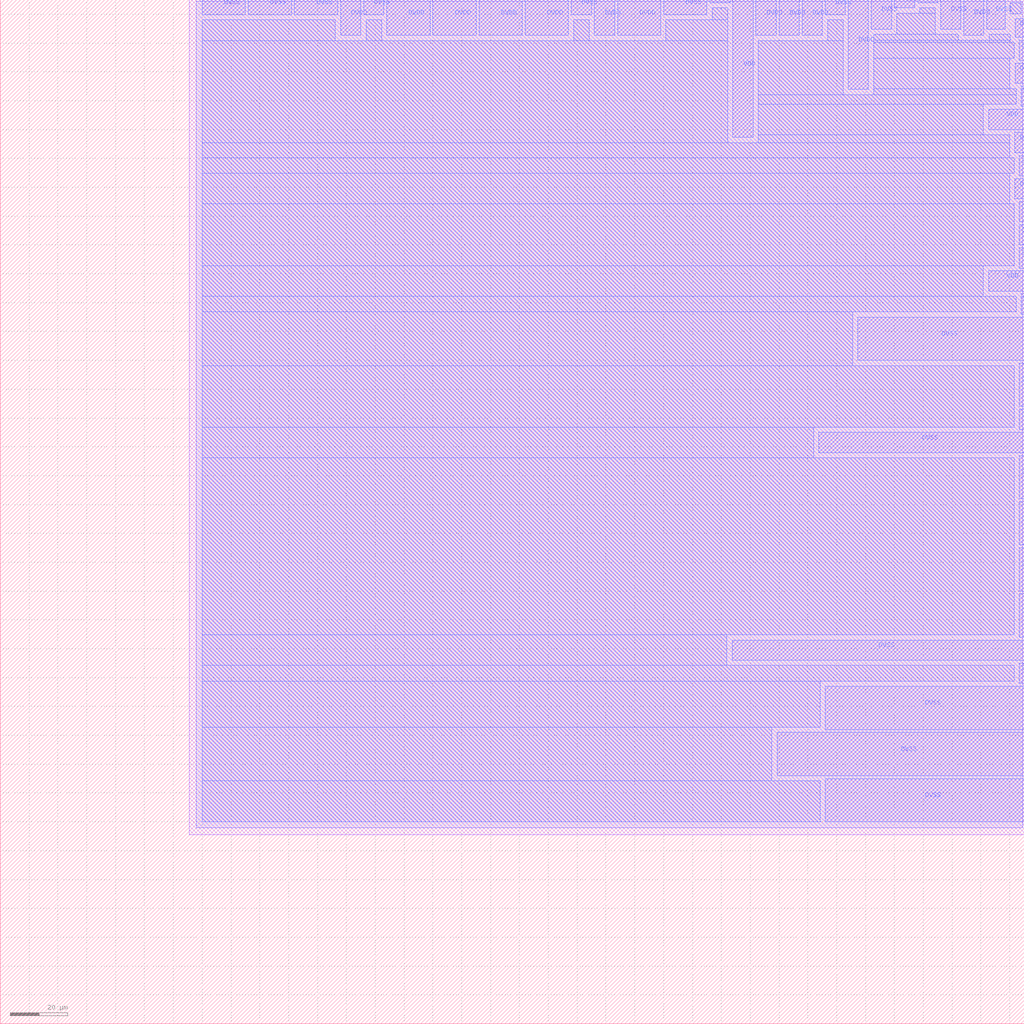
<source format=lef>
VERSION 5.7 ;
  NOWIREEXTENSIONATPIN ON ;
  DIVIDERCHAR "/" ;
  BUSBITCHARS "[]" ;
MACRO gf180mcu_fd_io__asig_5p0
  CLASS PAD INOUT ;
  FOREIGN gf180mcu_fd_io__asig_5p0 ;
  ORIGIN 0.000 0.000 ;
  SIZE 75.000 BY 350.000 ;
  SYMMETRY X Y R90 ;
  SITE GF_IO_Site ;
  PIN ASIG5V
    DIRECTION INOUT ;
    USE SIGNAL ;
    ANTENNADIFFAREA 1200.000000 ;
    PORT
      LAYER Metal2 ;
        RECT 15.340 134.370 17.880 350.000 ;
    END
    PORT
      LAYER Metal2 ;
        RECT 51.440 134.370 53.980 350.000 ;
    END
    PORT
      LAYER Metal2 ;
        RECT 57.120 134.370 59.660 350.000 ;
    END
    PORT
      LAYER Metal2 ;
        RECT 21.020 134.370 23.560 350.000 ;
    END
    PORT
      LAYER Metal2 ;
        RECT 45.760 134.370 48.300 350.000 ;
    END
    PORT
      LAYER Metal2 ;
        RECT 40.080 134.370 42.620 350.000 ;
    END
    PORT
      LAYER Metal2 ;
        RECT 32.380 134.370 34.920 350.000 ;
    END
    PORT
      LAYER Metal2 ;
        RECT 26.700 134.370 29.240 350.000 ;
    END
  END ASIG5V
  PIN DVDD
    DIRECTION INOUT ;
    USE POWER ;
    PORT
      LAYER Metal3 ;
        RECT 70.820 118.000 75.000 125.000 ;
    END
    PORT
      LAYER Metal3 ;
        RECT 70.820 182.000 75.000 197.000 ;
    END
    PORT
      LAYER Metal3 ;
        RECT 70.820 166.000 75.000 181.000 ;
    END
    PORT
      LAYER Metal3 ;
        RECT 70.820 150.000 75.000 165.000 ;
    END
    PORT
      LAYER Metal3 ;
        RECT 70.820 134.000 75.000 149.000 ;
    END
    PORT
      LAYER Metal3 ;
        RECT 70.820 214.000 75.000 229.000 ;
    END
    PORT
      LAYER Metal3 ;
        RECT 70.820 206.000 75.000 213.000 ;
    END
    PORT
      LAYER Metal3 ;
        RECT 70.820 278.000 75.000 285.000 ;
    END
    PORT
      LAYER Metal3 ;
        RECT 70.820 270.000 75.000 277.000 ;
    END
    PORT
      LAYER Metal3 ;
        RECT 70.820 262.000 75.000 269.000 ;
    END
    PORT
      LAYER Metal3 ;
        RECT 70.820 294.000 75.000 301.000 ;
    END
    PORT
      LAYER Metal3 ;
        RECT 70.820 334.000 75.000 341.000 ;
    END
    PORT
      LAYER Metal3 ;
        RECT 0.000 334.000 4.180 341.000 ;
    END
    PORT
      LAYER Metal3 ;
        RECT 0.000 294.000 5.570 301.000 ;
    END
    PORT
      LAYER Metal3 ;
        RECT 0.000 262.000 5.570 269.000 ;
    END
    PORT
      LAYER Metal3 ;
        RECT 0.000 270.000 5.570 277.000 ;
    END
    PORT
      LAYER Metal3 ;
        RECT 0.000 278.000 5.570 285.000 ;
    END
    PORT
      LAYER Metal3 ;
        RECT 0.000 206.000 4.180 213.000 ;
    END
    PORT
      LAYER Metal3 ;
        RECT 0.000 214.000 4.180 229.000 ;
    END
    PORT
      LAYER Metal3 ;
        RECT 0.000 134.000 4.180 149.000 ;
    END
    PORT
      LAYER Metal3 ;
        RECT 0.000 150.000 4.180 165.000 ;
    END
    PORT
      LAYER Metal3 ;
        RECT 0.000 166.000 4.180 181.000 ;
    END
    PORT
      LAYER Metal3 ;
        RECT 0.000 182.000 4.180 197.000 ;
    END
    PORT
      LAYER Metal3 ;
        RECT 0.000 118.000 4.180 125.000 ;
    END
  END DVDD
  PIN DVSS
    DIRECTION INOUT ;
    USE GROUND ;
    PORT
      LAYER Metal3 ;
        RECT 73.660 102.000 75.000 117.000 ;
    END
    PORT
      LAYER Metal3 ;
        RECT 73.660 86.000 75.000 101.000 ;
    END
    PORT
      LAYER Metal3 ;
        RECT 73.660 70.000 75.000 85.000 ;
    END
    PORT
      LAYER Metal3 ;
        RECT 73.660 126.000 75.000 133.000 ;
    END
    PORT
      LAYER Metal3 ;
        RECT 73.660 198.000 75.000 205.000 ;
    END
    PORT
      LAYER Metal3 ;
        RECT 73.660 230.000 75.000 245.000 ;
    END
    PORT
      LAYER Metal3 ;
        RECT 73.660 286.000 75.000 293.000 ;
    END
    PORT
      LAYER Metal3 ;
        RECT 73.660 302.000 75.000 309.000 ;
    END
    PORT
      LAYER Metal3 ;
        RECT 73.660 326.000 75.000 333.000 ;
    END
    PORT
      LAYER Metal3 ;
        RECT 73.660 342.000 75.000 348.390 ;
    END
    PORT
      LAYER Metal3 ;
        RECT 0.000 342.000 1.340 348.390 ;
    END
    PORT
      LAYER Metal3 ;
        RECT 0.000 326.000 1.340 333.000 ;
    END
    PORT
      LAYER Metal3 ;
        RECT 0.000 302.000 1.340 309.000 ;
    END
    PORT
      LAYER Metal3 ;
        RECT 0.000 286.000 1.340 293.000 ;
    END
    PORT
      LAYER Metal3 ;
        RECT 0.000 230.000 1.340 245.000 ;
    END
    PORT
      LAYER Metal3 ;
        RECT 0.000 198.000 1.340 205.000 ;
    END
    PORT
      LAYER Metal3 ;
        RECT 0.000 126.000 1.340 133.000 ;
    END
    PORT
      LAYER Metal3 ;
        RECT 0.000 70.000 1.340 85.000 ;
    END
    PORT
      LAYER Metal3 ;
        RECT 0.000 86.000 1.340 101.000 ;
    END
    PORT
      LAYER Metal3 ;
        RECT 0.000 102.000 1.340 117.000 ;
    END
  END DVSS
  PIN VDD
    DIRECTION INOUT ;
    USE POWER ;
    PORT
      LAYER Metal3 ;
        RECT 4.930 254.000 75.000 261.000 ;
    END
    PORT
      LAYER Metal3 ;
        RECT 4.930 310.000 75.000 317.000 ;
    END
    PORT
      LAYER Metal3 ;
        RECT 0.000 310.000 4.030 317.000 ;
    END
    PORT
      LAYER Metal3 ;
        RECT 0.000 254.000 4.030 261.000 ;
    END
  END VDD
  PIN VSS
    DIRECTION INOUT ;
    USE GROUND ;
    PORT
      LAYER Metal3 ;
        RECT 74.000 246.000 75.000 253.000 ;
    END
    PORT
      LAYER Metal3 ;
        RECT 74.000 318.000 75.000 325.000 ;
    END
    PORT
      LAYER Metal3 ;
        RECT 0.000 318.000 1.000 325.000 ;
    END
    PORT
      LAYER Metal3 ;
        RECT 0.000 246.000 1.000 253.000 ;
    END
  END VSS
  OBS
      LAYER Metal1 ;
        RECT -0.160 65.540 75.160 349.785 ;
      LAYER Metal2 ;
        RECT 0.000 134.070 15.040 348.390 ;
        RECT 18.180 134.070 20.720 348.390 ;
        RECT 23.860 134.070 26.400 348.390 ;
        RECT 29.540 134.070 32.080 348.390 ;
        RECT 35.220 134.070 39.780 348.390 ;
        RECT 42.920 134.070 45.460 348.390 ;
        RECT 48.600 134.070 51.140 348.390 ;
        RECT 54.280 134.070 56.820 348.390 ;
        RECT 59.960 134.070 75.000 348.390 ;
        RECT 0.000 0.000 75.000 134.070 ;
      LAYER Metal3 ;
        RECT 3.140 342.800 71.860 348.390 ;
        RECT 5.980 332.200 69.020 342.800 ;
        RECT 3.140 324.200 71.860 332.200 ;
        RECT 2.800 318.800 72.200 324.200 ;
        RECT 3.140 302.800 71.860 308.200 ;
        RECT 7.370 292.200 69.020 302.800 ;
        RECT 3.140 286.800 71.860 292.200 ;
        RECT 7.370 262.800 69.020 286.800 ;
        RECT 2.800 246.800 72.200 252.200 ;
        RECT 3.140 230.800 71.860 246.800 ;
        RECT 5.980 204.200 69.020 230.800 ;
        RECT 3.140 198.800 71.860 204.200 ;
        RECT 5.980 132.200 69.020 198.800 ;
        RECT 3.140 126.800 71.860 132.200 ;
        RECT 5.980 116.200 69.020 126.800 ;
        RECT 3.140 68.200 71.860 116.200 ;
        RECT 1.000 0.000 74.000 68.200 ;
  END
END gf180mcu_fd_io__asig_5p0

#--------EOF---------

MACRO gf180mcu_fd_io__bi_24t
  CLASS PAD INOUT ;
  FOREIGN gf180mcu_fd_io__bi_24t ;
  ORIGIN 0.000 0.000 ;
  SIZE 75.000 BY 350.000 ;
  SYMMETRY X Y R90 ;
  SITE GF_IO_Site ;
  PIN A
    DIRECTION INPUT ;
    USE SIGNAL ;
    ANTENNAGATEAREA 4.200000 ;
    ANTENNADIFFAREA 1.000000 ;
    PORT
      LAYER Metal2 ;
        RECT 69.400 264.310 69.780 350.000 ;
    END
  END A
  PIN CS
    DIRECTION INPUT ;
    USE SIGNAL ;
    ANTENNAGATEAREA 3.150000 ;
    ANTENNADIFFAREA 1.000000 ;
    PORT
      LAYER Metal2 ;
        RECT 3.360 328.395 3.740 350.000 ;
    END
  END CS
  PIN DVDD
    DIRECTION INOUT ;
    USE POWER ;
    PORT
      LAYER Metal3 ;
        RECT 72.435 118.000 75.000 125.000 ;
    END
    PORT
      LAYER Metal3 ;
        RECT 73.590 182.000 75.000 197.000 ;
    END
    PORT
      LAYER Metal3 ;
        RECT 73.590 166.000 75.000 181.000 ;
    END
    PORT
      LAYER Metal3 ;
        RECT 73.590 150.000 75.000 165.000 ;
    END
    PORT
      LAYER Metal3 ;
        RECT 73.590 134.000 75.000 149.000 ;
    END
    PORT
      LAYER Metal3 ;
        RECT 73.590 214.000 75.000 229.000 ;
    END
    PORT
      LAYER Metal3 ;
        RECT 73.590 206.000 75.000 213.000 ;
    END
    PORT
      LAYER Metal3 ;
        RECT 73.590 278.000 75.000 285.000 ;
    END
    PORT
      LAYER Metal3 ;
        RECT 73.590 270.000 75.000 277.000 ;
    END
    PORT
      LAYER Metal3 ;
        RECT 73.590 262.000 75.000 269.000 ;
    END
    PORT
      LAYER Metal3 ;
        RECT 55.175 294.000 75.000 301.000 ;
    END
    PORT
      LAYER Metal3 ;
        RECT 73.590 334.000 75.000 341.000 ;
    END
    PORT
      LAYER Metal3 ;
        RECT 0.000 334.000 23.680 341.000 ;
    END
    PORT
      LAYER Metal3 ;
        RECT 0.000 294.000 17.930 301.000 ;
    END
    PORT
      LAYER Metal3 ;
        RECT 0.000 262.000 9.070 269.000 ;
    END
    PORT
      LAYER Metal3 ;
        RECT 0.000 270.000 17.930 277.000 ;
    END
    PORT
      LAYER Metal3 ;
        RECT 0.000 278.000 17.930 285.000 ;
    END
    PORT
      LAYER Metal3 ;
        RECT 0.000 206.000 9.815 213.000 ;
    END
    PORT
      LAYER Metal3 ;
        RECT 0.000 214.000 2.320 229.000 ;
    END
    PORT
      LAYER Metal3 ;
        RECT 0.000 134.000 9.040 149.000 ;
    END
    PORT
      LAYER Metal3 ;
        RECT 0.000 150.000 9.040 165.000 ;
    END
    PORT
      LAYER Metal3 ;
        RECT 0.000 166.000 9.040 181.000 ;
    END
    PORT
      LAYER Metal3 ;
        RECT 0.000 182.000 9.040 197.000 ;
    END
    PORT
      LAYER Metal3 ;
        RECT 0.000 118.000 2.310 125.000 ;
    END
  END DVDD
  PIN DVSS
    DIRECTION INOUT ;
    USE GROUND ;
    PORT
      LAYER Metal3 ;
        RECT 60.835 102.000 75.000 117.000 ;
    END
    PORT
      LAYER Metal3 ;
        RECT 60.835 86.000 75.000 101.000 ;
    END
    PORT
      LAYER Metal3 ;
        RECT 60.835 70.000 75.000 85.000 ;
    END
    PORT
      LAYER Metal3 ;
        RECT 71.955 126.000 75.000 133.000 ;
    END
    PORT
      LAYER Metal3 ;
        RECT 66.365 198.000 75.000 205.000 ;
    END
    PORT
      LAYER Metal3 ;
        RECT 59.650 230.000 75.000 245.000 ;
    END
    PORT
      LAYER Metal3 ;
        RECT 52.120 286.000 75.000 293.000 ;
    END
    PORT
      LAYER Metal3 ;
        RECT 54.080 302.000 75.000 309.000 ;
    END
    PORT
      LAYER Metal3 ;
        RECT 63.560 326.000 75.000 333.000 ;
    END
    PORT
      LAYER Metal3 ;
        RECT 68.000 342.000 75.000 348.390 ;
    END
    PORT
      LAYER Metal3 ;
        RECT 0.000 342.000 9.320 348.390 ;
    END
    PORT
      LAYER Metal3 ;
        RECT 0.000 326.000 9.320 333.000 ;
    END
    PORT
      LAYER Metal3 ;
        RECT 0.000 302.000 19.780 309.000 ;
    END
    PORT
      LAYER Metal3 ;
        RECT 0.000 286.000 19.735 293.000 ;
    END
    PORT
      LAYER Metal3 ;
        RECT 0.000 230.000 1.000 245.000 ;
    END
    PORT
      LAYER Metal3 ;
        RECT 0.000 198.000 1.000 205.000 ;
    END
    PORT
      LAYER Metal3 ;
        RECT 0.000 126.000 2.985 133.000 ;
    END
    PORT
      LAYER Metal3 ;
        RECT 0.000 70.000 1.000 85.000 ;
    END
    PORT
      LAYER Metal3 ;
        RECT 0.000 86.000 1.000 101.000 ;
    END
    PORT
      LAYER Metal3 ;
        RECT 0.000 102.000 1.000 117.000 ;
    END
  END DVSS
  PIN IE
    DIRECTION INPUT ;
    USE SIGNAL ;
    ANTENNAGATEAREA 3.150000 ;
    ANTENNADIFFAREA 1.000000 ;
    PORT
      LAYER Metal2 ;
        RECT 11.385 334.770 11.765 350.000 ;
    END
  END IE
  PIN OE
    DIRECTION INPUT ;
    USE SIGNAL ;
    ANTENNAGATEAREA 16.799999 ;
    ANTENNADIFFAREA 7.776000 ;
    PORT
      LAYER Metal2 ;
        RECT 70.130 266.190 70.510 350.000 ;
    END
  END OE
  PIN PAD
    DIRECTION INOUT ;
    USE SIGNAL ;
    ANTENNADIFFAREA 335.279999 ;
    PORT
      LAYER Metal3 ;
        RECT 25.000 20.000 50.000 45.000 ;
    END
  END PAD
  PIN PD
    DIRECTION INPUT ;
    USE SIGNAL ;
    ANTENNAGATEAREA 10.500000 ;
    ANTENNADIFFAREA 1.000000 ;
    PORT
      LAYER Metal2 ;
        RECT 10.330 329.950 10.710 350.000 ;
    END
  END PD
  PIN PU
    DIRECTION INPUT ;
    USE SIGNAL ;
    ANTENNAGATEAREA 7.350000 ;
    ANTENNADIFFAREA 2.980000 ;
    PORT
      LAYER Metal2 ;
        RECT 5.965 330.270 6.345 350.000 ;
    END
  END PU
  PIN SL
    DIRECTION INPUT ;
    USE SIGNAL ;
    ANTENNAGATEAREA 3.150000 ;
    ANTENNADIFFAREA 1.000000 ;
    PORT
      LAYER Metal2 ;
        RECT 68.670 264.990 69.050 350.000 ;
    END
  END SL
  PIN VDD
    DIRECTION INOUT ;
    USE POWER ;
    PORT
      LAYER Metal3 ;
        RECT 56.170 254.000 75.000 261.000 ;
    END
    PORT
      LAYER Metal3 ;
        RECT 71.290 310.000 75.000 317.000 ;
    END
    PORT
      LAYER Metal3 ;
        RECT 0.000 310.000 1.000 317.000 ;
    END
    PORT
      LAYER Metal3 ;
        RECT 0.000 254.000 1.000 261.000 ;
    END
  END VDD
  PIN VSS
    DIRECTION INOUT ;
    USE GROUND ;
    PORT
      LAYER Metal3 ;
        RECT 74.000 246.000 75.000 253.000 ;
    END
    PORT
      LAYER Metal3 ;
        RECT 74.000 318.000 75.000 325.000 ;
    END
    PORT
      LAYER Metal3 ;
        RECT 0.000 318.000 1.000 325.000 ;
    END
    PORT
      LAYER Metal3 ;
        RECT 0.000 246.000 1.000 253.000 ;
    END
  END VSS
  PIN Y
    DIRECTION OUTPUT ;
    USE SIGNAL ;
    ANTENNADIFFAREA 7.800000 ;
    PORT
      LAYER Metal2 ;
        RECT 70.860 319.750 71.240 350.000 ;
    END
  END Y
  OBS
      LAYER Metal1 ;
        RECT -0.160 65.540 75.160 349.785 ;
      LAYER Metal2 ;
        RECT 0.000 328.095 3.060 348.225 ;
        RECT 4.040 329.970 5.665 348.225 ;
        RECT 6.645 329.970 10.030 348.225 ;
        RECT 4.040 329.650 10.030 329.970 ;
        RECT 11.010 334.470 11.085 348.225 ;
        RECT 12.065 334.470 68.370 348.225 ;
        RECT 11.010 329.650 68.370 334.470 ;
        RECT 4.040 328.095 68.370 329.650 ;
        RECT 0.000 264.690 68.370 328.095 ;
        RECT 71.540 319.450 75.000 348.225 ;
        RECT 70.810 265.890 75.000 319.450 ;
        RECT 0.000 264.010 69.100 264.690 ;
        RECT 70.080 264.010 75.000 265.890 ;
        RECT 0.000 0.000 75.000 264.010 ;
      LAYER Metal3 ;
        RECT 11.120 342.800 66.200 348.390 ;
        RECT 25.480 340.200 66.200 342.800 ;
        RECT 25.480 334.800 71.790 340.200 ;
        RECT 25.480 332.200 61.760 334.800 ;
        RECT 11.120 324.200 61.760 332.200 ;
        RECT 2.800 318.800 72.200 324.200 ;
        RECT 2.800 310.800 69.490 318.800 ;
        RECT 21.580 300.200 52.280 310.800 ;
        RECT 19.730 294.800 53.375 300.200 ;
        RECT 21.535 284.200 50.320 294.800 ;
        RECT 19.730 268.200 71.790 284.200 ;
        RECT 10.870 262.800 71.790 268.200 ;
        RECT 10.870 260.200 54.370 262.800 ;
        RECT 2.800 252.200 54.370 260.200 ;
        RECT 2.800 246.800 72.200 252.200 ;
        RECT 2.800 230.800 57.850 246.800 ;
        RECT 4.120 228.200 57.850 230.800 ;
        RECT 4.120 214.800 71.790 228.200 ;
        RECT 11.615 206.800 71.790 214.800 ;
        RECT 11.615 204.200 64.565 206.800 ;
        RECT 2.800 198.800 64.565 204.200 ;
        RECT 10.840 196.200 64.565 198.800 ;
        RECT 10.840 134.800 71.790 196.200 ;
        RECT 10.840 132.200 70.155 134.800 ;
        RECT 4.785 124.200 70.155 132.200 ;
        RECT 4.110 118.800 70.635 124.200 ;
        RECT 4.110 116.200 59.035 118.800 ;
        RECT 2.800 68.200 59.035 116.200 ;
        RECT 1.000 46.800 74.000 68.200 ;
        RECT 1.000 18.200 23.200 46.800 ;
        RECT 51.800 18.200 74.000 46.800 ;
        RECT 1.000 0.000 74.000 18.200 ;
  END
END gf180mcu_fd_io__bi_24t

#--------EOF---------

MACRO gf180mcu_fd_io__bi_t
  CLASS PAD INOUT ;
  FOREIGN gf180mcu_fd_io__bi_t ;
  ORIGIN 0.000 0.000 ;
  SIZE 75.000 BY 350.000 ;
  SYMMETRY X Y R90 ;
  SITE GF_IO_Site ;
  PIN A
    DIRECTION INPUT ;
    USE SIGNAL ;
    ANTENNAGATEAREA 4.200000 ;
    ANTENNADIFFAREA 1.000000 ;
    PORT
      LAYER Metal2 ;
        RECT 69.400 264.460 69.780 350.000 ;
    END
  END A
  PIN CS
    DIRECTION INPUT ;
    USE SIGNAL ;
    ANTENNAGATEAREA 3.150000 ;
    ANTENNADIFFAREA 1.000000 ;
    PORT
      LAYER Metal2 ;
        RECT 3.360 328.545 3.740 350.000 ;
    END
  END CS
  PIN DVDD
    DIRECTION INOUT ;
    USE POWER ;
    PORT
      LAYER Metal3 ;
        RECT 72.600 118.000 75.000 125.000 ;
    END
    PORT
      LAYER Metal3 ;
        RECT 73.590 182.000 75.000 197.000 ;
    END
    PORT
      LAYER Metal3 ;
        RECT 73.590 166.000 75.000 181.000 ;
    END
    PORT
      LAYER Metal3 ;
        RECT 73.590 150.000 75.000 165.000 ;
    END
    PORT
      LAYER Metal3 ;
        RECT 73.590 134.000 75.000 149.000 ;
    END
    PORT
      LAYER Metal3 ;
        RECT 73.590 214.000 75.000 229.000 ;
    END
    PORT
      LAYER Metal3 ;
        RECT 73.590 206.000 75.000 213.000 ;
    END
    PORT
      LAYER Metal3 ;
        RECT 49.445 278.000 75.000 285.000 ;
    END
    PORT
      LAYER Metal3 ;
        RECT 67.195 270.000 75.000 277.000 ;
    END
    PORT
      LAYER Metal3 ;
        RECT 73.590 262.000 75.000 269.000 ;
    END
    PORT
      LAYER Metal3 ;
        RECT 73.590 294.000 75.000 301.000 ;
    END
    PORT
      LAYER Metal3 ;
        RECT 73.590 334.000 75.000 341.000 ;
    END
    PORT
      LAYER Metal3 ;
        RECT 0.000 334.000 4.575 341.000 ;
    END
    PORT
      LAYER Metal3 ;
        RECT 0.000 294.000 17.930 301.000 ;
    END
    PORT
      LAYER Metal3 ;
        RECT 0.000 262.000 9.070 269.000 ;
    END
    PORT
      LAYER Metal3 ;
        RECT 0.000 270.000 17.930 277.000 ;
    END
    PORT
      LAYER Metal3 ;
        RECT 0.000 278.000 17.930 285.000 ;
    END
    PORT
      LAYER Metal3 ;
        RECT 0.000 206.000 9.815 213.000 ;
    END
    PORT
      LAYER Metal3 ;
        RECT 0.000 214.000 2.320 229.000 ;
    END
    PORT
      LAYER Metal3 ;
        RECT 0.000 134.000 8.810 149.000 ;
    END
    PORT
      LAYER Metal3 ;
        RECT 0.000 150.000 8.905 165.000 ;
    END
    PORT
      LAYER Metal3 ;
        RECT 0.000 166.000 8.905 181.000 ;
    END
    PORT
      LAYER Metal3 ;
        RECT 0.000 182.000 8.810 197.000 ;
    END
    PORT
      LAYER Metal3 ;
        RECT 0.000 118.000 2.230 125.000 ;
    END
  END DVDD
  PIN DVSS
    DIRECTION INOUT ;
    USE GROUND ;
    PORT
      LAYER Metal3 ;
        RECT 62.215 102.000 75.000 117.000 ;
    END
    PORT
      LAYER Metal3 ;
        RECT 62.215 86.000 75.000 101.000 ;
    END
    PORT
      LAYER Metal3 ;
        RECT 62.215 70.000 75.000 85.000 ;
    END
    PORT
      LAYER Metal3 ;
        RECT 71.890 126.000 75.000 133.000 ;
    END
    PORT
      LAYER Metal3 ;
        RECT 66.125 198.000 75.000 205.000 ;
    END
    PORT
      LAYER Metal3 ;
        RECT 59.650 230.000 75.000 245.000 ;
    END
    PORT
      LAYER Metal3 ;
        RECT 55.255 286.000 75.000 293.000 ;
    END
    PORT
      LAYER Metal3 ;
        RECT 54.080 302.000 75.000 309.000 ;
    END
    PORT
      LAYER Metal3 ;
        RECT 63.600 326.000 75.000 333.000 ;
    END
    PORT
      LAYER Metal3 ;
        RECT 68.000 342.000 75.000 348.390 ;
    END
    PORT
      LAYER Metal3 ;
        RECT 0.000 342.000 9.320 348.390 ;
    END
    PORT
      LAYER Metal3 ;
        RECT 0.000 326.000 9.320 333.000 ;
    END
    PORT
      LAYER Metal3 ;
        RECT 0.000 302.000 25.555 309.000 ;
    END
    PORT
      LAYER Metal3 ;
        RECT 0.000 286.000 22.880 293.000 ;
    END
    PORT
      LAYER Metal3 ;
        RECT 0.000 230.000 1.000 245.000 ;
    END
    PORT
      LAYER Metal3 ;
        RECT 0.000 198.000 1.000 205.000 ;
    END
    PORT
      LAYER Metal3 ;
        RECT 0.000 126.000 2.965 133.000 ;
    END
    PORT
      LAYER Metal3 ;
        RECT 0.000 70.000 1.000 85.000 ;
    END
    PORT
      LAYER Metal3 ;
        RECT 0.000 86.000 1.000 101.000 ;
    END
    PORT
      LAYER Metal3 ;
        RECT 0.000 102.000 1.000 117.000 ;
    END
  END DVSS
  PIN IE
    DIRECTION INPUT ;
    USE SIGNAL ;
    ANTENNAGATEAREA 3.150000 ;
    ANTENNADIFFAREA 1.000000 ;
    PORT
      LAYER Metal2 ;
        RECT 11.385 334.920 11.765 350.000 ;
    END
  END IE
  PIN OE
    DIRECTION INPUT ;
    USE SIGNAL ;
    ANTENNAGATEAREA 16.799999 ;
    ANTENNADIFFAREA 7.776000 ;
    PORT
      LAYER Metal2 ;
        RECT 70.130 266.340 70.510 350.000 ;
    END
  END OE
  PIN PAD
    DIRECTION INOUT ;
    USE SIGNAL ;
    ANTENNADIFFAREA 258.720001 ;
    PORT
      LAYER Metal3 ;
        RECT 25.000 20.000 50.000 45.000 ;
    END
  END PAD
  PIN PD
    DIRECTION INPUT ;
    USE SIGNAL ;
    ANTENNAGATEAREA 10.500000 ;
    ANTENNADIFFAREA 1.000000 ;
    PORT
      LAYER Metal2 ;
        RECT 10.330 330.100 10.710 350.000 ;
    END
  END PD
  PIN PDRV0
    DIRECTION INPUT ;
    USE SIGNAL ;
    ANTENNAGATEAREA 4.200000 ;
    ANTENNADIFFAREA 2.592000 ;
    PORT
      LAYER Metal2 ;
        RECT 7.110 264.665 7.490 350.000 ;
    END
  END PDRV0
  PIN PDRV1
    DIRECTION INPUT ;
    USE SIGNAL ;
    ANTENNAGATEAREA 4.200000 ;
    ANTENNADIFFAREA 2.592000 ;
    PORT
      LAYER Metal2 ;
        RECT 7.820 264.990 8.200 350.000 ;
    END
  END PDRV1
  PIN PU
    DIRECTION INPUT ;
    USE SIGNAL ;
    ANTENNAGATEAREA 7.350000 ;
    ANTENNADIFFAREA 2.980000 ;
    PORT
      LAYER Metal2 ;
        RECT 5.965 330.420 6.345 350.000 ;
    END
  END PU
  PIN SL
    DIRECTION INPUT ;
    USE SIGNAL ;
    ANTENNAGATEAREA 3.150000 ;
    ANTENNADIFFAREA 1.000000 ;
    PORT
      LAYER Metal2 ;
        RECT 68.670 265.140 69.050 350.000 ;
    END
  END SL
  PIN VDD
    DIRECTION INOUT ;
    USE POWER ;
    PORT
      LAYER Metal3 ;
        RECT 56.170 254.000 75.000 261.000 ;
    END
    PORT
      LAYER Metal3 ;
        RECT 71.290 310.000 75.000 317.000 ;
    END
    PORT
      LAYER Metal3 ;
        RECT 0.000 310.000 1.000 317.000 ;
    END
    PORT
      LAYER Metal3 ;
        RECT 0.000 254.000 1.000 261.000 ;
    END
  END VDD
  PIN VSS
    DIRECTION INOUT ;
    USE GROUND ;
    PORT
      LAYER Metal3 ;
        RECT 74.000 246.000 75.000 253.000 ;
    END
    PORT
      LAYER Metal3 ;
        RECT 74.000 318.000 75.000 325.000 ;
    END
    PORT
      LAYER Metal3 ;
        RECT 0.000 318.000 1.000 325.000 ;
    END
    PORT
      LAYER Metal3 ;
        RECT 0.000 246.000 1.000 253.000 ;
    END
  END VSS
  PIN Y
    DIRECTION OUTPUT ;
    USE SIGNAL ;
    ANTENNADIFFAREA 7.800000 ;
    PORT
      LAYER Metal2 ;
        RECT 70.860 319.900 71.240 350.000 ;
    END
  END Y
  OBS
      LAYER Metal1 ;
        RECT -0.160 65.540 75.160 349.785 ;
      LAYER Metal2 ;
        RECT 0.000 328.245 3.060 348.375 ;
        RECT 4.040 330.120 5.665 348.375 ;
        RECT 6.645 330.120 6.810 348.375 ;
        RECT 4.040 328.245 6.810 330.120 ;
        RECT 0.000 264.365 6.810 328.245 ;
        RECT 8.500 329.800 10.030 348.375 ;
        RECT 11.010 334.620 11.085 348.375 ;
        RECT 12.065 334.620 68.370 348.375 ;
        RECT 11.010 329.800 68.370 334.620 ;
        RECT 8.500 264.840 68.370 329.800 ;
        RECT 71.540 319.600 75.000 348.375 ;
        RECT 70.810 266.040 75.000 319.600 ;
        RECT 8.500 264.690 69.100 264.840 ;
        RECT 7.790 264.365 69.100 264.690 ;
        RECT 0.000 264.160 69.100 264.365 ;
        RECT 70.080 264.160 75.000 266.040 ;
        RECT 0.000 0.000 75.000 264.160 ;
      LAYER Metal3 ;
        RECT 11.120 340.200 66.200 348.390 ;
        RECT 6.375 334.800 71.790 340.200 ;
        RECT 11.120 324.200 61.800 334.800 ;
        RECT 2.800 318.800 72.200 324.200 ;
        RECT 2.800 310.800 69.490 318.800 ;
        RECT 27.355 300.200 52.280 310.800 ;
        RECT 19.730 294.800 71.790 300.200 ;
        RECT 24.680 286.800 53.455 294.800 ;
        RECT 24.680 284.200 47.645 286.800 ;
        RECT 19.730 276.200 47.645 284.200 ;
        RECT 19.730 268.200 65.395 276.200 ;
        RECT 10.870 262.800 71.790 268.200 ;
        RECT 10.870 260.200 54.370 262.800 ;
        RECT 2.800 252.200 54.370 260.200 ;
        RECT 2.800 246.800 72.200 252.200 ;
        RECT 2.800 230.800 57.850 246.800 ;
        RECT 4.120 228.200 57.850 230.800 ;
        RECT 4.120 214.800 71.790 228.200 ;
        RECT 11.615 206.800 71.790 214.800 ;
        RECT 11.615 204.200 64.325 206.800 ;
        RECT 2.800 198.800 64.325 204.200 ;
        RECT 10.610 196.200 64.325 198.800 ;
        RECT 10.610 182.800 71.790 196.200 ;
        RECT 10.705 148.200 71.790 182.800 ;
        RECT 10.610 134.800 71.790 148.200 ;
        RECT 10.610 132.200 70.090 134.800 ;
        RECT 4.765 124.200 70.090 132.200 ;
        RECT 4.030 118.800 70.800 124.200 ;
        RECT 4.030 116.200 60.415 118.800 ;
        RECT 2.800 68.200 60.415 116.200 ;
        RECT 0.665 46.800 74.000 68.200 ;
        RECT 0.665 18.200 23.200 46.800 ;
        RECT 51.800 18.200 74.000 46.800 ;
        RECT 0.665 0.000 74.000 18.200 ;
  END
END gf180mcu_fd_io__bi_t

#--------EOF---------

MACRO gf180mcu_fd_io__brk2
  CLASS PAD ;
  FOREIGN gf180mcu_fd_io__brk2 ;
  ORIGIN 0.000 0.000 ;
  SIZE 2.000 BY 350.000 ;
  SYMMETRY X Y R90 ;
  SITE GF_IO_Site ;
  PIN VSS
    DIRECTION INOUT ;
    USE GROUND ;
    PORT
      LAYER Metal3 ;
        RECT 0.000 318.000 2.000 325.000 ;
    END
    PORT
      LAYER Metal3 ;
        RECT 0.000 246.000 2.000 253.000 ;
    END
  END VSS
  OBS
      LAYER Metal1 ;
        RECT -0.160 65.540 2.160 349.785 ;
      LAYER Metal2 ;
        RECT 0.000 66.375 2.000 348.845 ;
  END
END gf180mcu_fd_io__brk2

#--------EOF---------

MACRO gf180mcu_fd_io__brk5
  CLASS PAD ;
  FOREIGN gf180mcu_fd_io__brk5 ;
  ORIGIN 0.000 0.000 ;
  SIZE 5.000 BY 350.000 ;
  SYMMETRY X Y R90 ;
  SITE GF_IO_Site ;
  PIN VSS
    DIRECTION INOUT ;
    USE GROUND ;
    PORT
      LAYER Metal3 ;
        RECT 3.870 246.000 5.000 253.000 ;
    END
    PORT
      LAYER Metal3 ;
        RECT 3.910 318.000 5.000 325.000 ;
    END
    PORT
      LAYER Metal3 ;
        RECT 0.000 318.000 1.150 325.000 ;
    END
    PORT
      LAYER Metal3 ;
        RECT 0.000 246.000 1.110 253.000 ;
    END
  END VSS
  OBS
      LAYER Metal1 ;
        RECT -0.160 65.540 5.160 349.785 ;
      LAYER Metal2 ;
        RECT 0.000 246.000 5.000 325.000 ;
      LAYER Metal3 ;
        RECT 1.110 254.800 3.910 316.200 ;
  END
END gf180mcu_fd_io__brk5

#--------EOF---------

MACRO gf180mcu_fd_io__cor
  CLASS ENDCAP BOTTOMLEFT ;
  FOREIGN gf180mcu_fd_io__cor ;
  ORIGIN 0.000 0.000 ;
  SIZE 355.000 BY 355.000 ;
  SYMMETRY X Y R90 ;
  SITE GF_COR_Site ;
  PIN DVDD
    DIRECTION INOUT ;
    USE POWER ;
    PORT
      LAYER Metal3 ;
        RECT 334.000 342.775 341.000 355.000 ;
    END
    PORT
      LAYER Metal3 ;
        RECT 353.345 334.000 355.000 341.000 ;
    END
    PORT
      LAYER Metal3 ;
        RECT 294.000 323.930 301.000 355.000 ;
    END
    PORT
      LAYER Metal3 ;
        RECT 353.345 294.000 355.000 301.000 ;
    END
    PORT
      LAYER Metal3 ;
        RECT 278.000 342.640 285.000 355.000 ;
    END
    PORT
      LAYER Metal3 ;
        RECT 353.345 278.000 355.000 285.000 ;
    END
    PORT
      LAYER Metal3 ;
        RECT 270.000 342.640 277.000 355.000 ;
    END
    PORT
      LAYER Metal3 ;
        RECT 353.345 270.000 355.000 277.000 ;
    END
    PORT
      LAYER Metal3 ;
        RECT 262.000 342.640 269.000 355.000 ;
    END
    PORT
      LAYER Metal3 ;
        RECT 353.345 262.000 355.000 269.000 ;
    END
    PORT
      LAYER Metal3 ;
        RECT 214.000 342.640 229.000 355.000 ;
    END
    PORT
      LAYER Metal3 ;
        RECT 353.345 214.000 355.000 229.000 ;
    END
    PORT
      LAYER Metal3 ;
        RECT 206.000 342.640 213.000 355.000 ;
    END
    PORT
      LAYER Metal3 ;
        RECT 353.345 206.000 355.000 213.000 ;
    END
    PORT
      LAYER Metal3 ;
        RECT 182.000 342.640 197.000 355.000 ;
    END
    PORT
      LAYER Metal3 ;
        RECT 353.345 182.000 355.000 197.000 ;
    END
    PORT
      LAYER Metal3 ;
        RECT 166.000 342.640 181.000 355.000 ;
    END
    PORT
      LAYER Metal3 ;
        RECT 353.345 166.000 355.000 181.000 ;
    END
    PORT
      LAYER Metal3 ;
        RECT 150.000 342.640 165.000 355.000 ;
    END
    PORT
      LAYER Metal3 ;
        RECT 353.345 150.000 355.000 165.000 ;
    END
    PORT
      LAYER Metal3 ;
        RECT 134.000 342.640 149.000 355.000 ;
    END
    PORT
      LAYER Metal3 ;
        RECT 353.345 134.000 355.000 149.000 ;
    END
    PORT
      LAYER Metal3 ;
        RECT 118.000 342.640 125.000 355.000 ;
    END
    PORT
      LAYER Metal3 ;
        RECT 353.345 118.000 355.000 125.000 ;
    END
  END DVDD
  PIN DVSS
    DIRECTION INOUT ;
    USE GROUND ;
    PORT
      LAYER Metal3 ;
        RECT 342.000 344.850 348.390 355.000 ;
    END
    PORT
      LAYER Metal3 ;
        RECT 351.915 342.000 355.000 348.390 ;
    END
    PORT
      LAYER Metal3 ;
        RECT 326.000 344.850 333.000 355.000 ;
    END
    PORT
      LAYER Metal3 ;
        RECT 351.815 326.000 355.000 333.000 ;
    END
    PORT
      LAYER Metal3 ;
        RECT 302.000 344.850 309.000 355.000 ;
    END
    PORT
      LAYER Metal3 ;
        RECT 351.715 302.000 355.000 309.000 ;
    END
    PORT
      LAYER Metal3 ;
        RECT 286.000 349.785 293.000 355.000 ;
    END
    PORT
      LAYER Metal3 ;
        RECT 351.755 286.000 355.000 293.000 ;
    END
    PORT
      LAYER Metal3 ;
        RECT 230.000 349.785 245.000 355.000 ;
    END
    PORT
      LAYER Metal3 ;
        RECT 297.305 230.000 355.000 245.000 ;
    END
    PORT
      LAYER Metal3 ;
        RECT 198.000 349.785 205.000 355.000 ;
    END
    PORT
      LAYER Metal3 ;
        RECT 283.790 198.000 355.000 205.000 ;
    END
    PORT
      LAYER Metal3 ;
        RECT 126.000 349.785 133.000 355.000 ;
    END
    PORT
      LAYER Metal3 ;
        RECT 253.700 126.000 355.000 133.000 ;
    END
    PORT
      LAYER Metal3 ;
        RECT 102.000 349.785 117.000 355.000 ;
    END
    PORT
      LAYER Metal3 ;
        RECT 286.045 102.000 355.000 117.000 ;
    END
    PORT
      LAYER Metal3 ;
        RECT 86.000 349.785 101.000 355.000 ;
    END
    PORT
      LAYER Metal3 ;
        RECT 269.350 86.000 355.000 101.000 ;
    END
    PORT
      LAYER Metal3 ;
        RECT 70.000 349.785 85.000 355.000 ;
    END
    PORT
      LAYER Metal3 ;
        RECT 286.045 70.000 355.000 85.000 ;
    END
  END DVSS
  PIN VDD
    DIRECTION INOUT ;
    USE POWER ;
    PORT
      LAYER Metal3 ;
        RECT 310.000 352.150 317.000 355.000 ;
    END
    PORT
      LAYER Metal3 ;
        RECT 342.635 310.000 355.000 317.000 ;
    END
    PORT
      LAYER Metal3 ;
        RECT 254.000 307.295 261.000 355.000 ;
    END
    PORT
      LAYER Metal3 ;
        RECT 342.635 254.000 355.000 261.000 ;
    END
  END VDD
  PIN VSS
    DIRECTION INOUT ;
    USE GROUND ;
    PORT
      LAYER Metal3 ;
        RECT 318.000 354.000 325.000 355.000 ;
    END
    PORT
      LAYER Metal3 ;
        RECT 354.000 318.000 355.000 325.000 ;
    END
    PORT
      LAYER Metal3 ;
        RECT 246.000 354.000 253.000 355.000 ;
    END
    PORT
      LAYER Metal3 ;
        RECT 354.000 246.000 355.000 253.000 ;
    END
  END VSS
  OBS
      LAYER Metal1 ;
        RECT 65.540 65.540 355.000 355.000 ;
      LAYER Metal2 ;
        RECT 67.970 67.970 354.445 354.450 ;
      LAYER Metal3 ;
        RECT 246.800 347.985 252.200 352.200 ;
        RECT 318.800 350.350 324.200 352.200 ;
        RECT 70.000 340.840 116.200 347.985 ;
        RECT 126.800 340.840 132.200 347.985 ;
        RECT 198.800 340.840 204.200 347.985 ;
        RECT 230.800 340.840 252.200 347.985 ;
        RECT 286.800 340.840 292.200 347.985 ;
        RECT 310.800 343.050 324.200 350.350 ;
        RECT 350.190 350.190 354.000 354.000 ;
        RECT 70.000 305.495 252.200 340.840 ;
        RECT 262.800 322.130 292.200 340.840 ;
        RECT 302.800 340.975 332.200 343.050 ;
        RECT 342.800 340.975 350.115 343.050 ;
        RECT 302.800 340.200 350.115 340.975 ;
        RECT 302.800 334.800 351.545 340.200 ;
        RECT 302.800 324.200 350.015 334.800 ;
        RECT 302.800 322.130 352.200 324.200 ;
        RECT 262.800 318.800 352.200 322.130 ;
        RECT 262.800 308.200 340.835 318.800 ;
        RECT 262.800 305.495 349.915 308.200 ;
        RECT 70.000 300.200 349.915 305.495 ;
        RECT 70.000 294.800 351.545 300.200 ;
        RECT 70.000 284.200 349.955 294.800 ;
        RECT 70.000 262.800 351.545 284.200 ;
        RECT 70.000 252.200 340.835 262.800 ;
        RECT 70.000 246.800 352.200 252.200 ;
        RECT 70.000 228.200 295.505 246.800 ;
        RECT 70.000 206.800 351.545 228.200 ;
        RECT 70.000 196.200 281.990 206.800 ;
        RECT 70.000 134.800 351.545 196.200 ;
        RECT 70.000 124.200 251.900 134.800 ;
        RECT 70.000 118.800 351.545 124.200 ;
        RECT 70.000 102.800 284.245 118.800 ;
        RECT 70.000 84.200 267.550 102.800 ;
        RECT 70.000 70.000 284.245 84.200 ;
  END
END gf180mcu_fd_io__cor

#--------EOF---------

MACRO gf180mcu_fd_io__dvdd
  CLASS PAD POWER ;
  FOREIGN gf180mcu_fd_io__dvdd ;
  ORIGIN 0.000 0.000 ;
  SIZE 75.000 BY 350.000 ;
  SYMMETRY X Y R90 ;
  SITE GF_IO_Site ;
  PIN DVDD
    DIRECTION INOUT ;
    USE POWER ;
    PORT
      LAYER Metal3 ;
        RECT 73.370 118.000 75.000 125.000 ;
    END
    PORT
      LAYER Metal3 ;
        RECT 73.370 182.000 75.000 197.000 ;
    END
    PORT
      LAYER Metal3 ;
        RECT 73.370 166.000 75.000 181.000 ;
    END
    PORT
      LAYER Metal3 ;
        RECT 73.370 150.000 75.000 165.000 ;
    END
    PORT
      LAYER Metal3 ;
        RECT 73.370 134.000 75.000 149.000 ;
    END
    PORT
      LAYER Metal3 ;
        RECT 73.370 214.000 75.000 229.000 ;
    END
    PORT
      LAYER Metal3 ;
        RECT 73.370 206.000 75.000 213.000 ;
    END
    PORT
      LAYER Metal3 ;
        RECT 73.370 254.000 75.000 261.000 ;
    END
    PORT
      LAYER Metal3 ;
        RECT 73.370 278.000 75.000 285.000 ;
    END
    PORT
      LAYER Metal3 ;
        RECT 73.370 270.000 75.000 277.000 ;
    END
    PORT
      LAYER Metal3 ;
        RECT 73.370 262.000 75.000 269.000 ;
    END
    PORT
      LAYER Metal3 ;
        RECT 73.370 294.000 75.000 301.000 ;
    END
    PORT
      LAYER Metal3 ;
        RECT 73.370 310.000 75.000 317.000 ;
    END
    PORT
      LAYER Metal3 ;
        RECT 73.370 334.000 75.000 341.000 ;
    END
    PORT
      LAYER Metal2 ;
        RECT 1.360 345.345 10.860 350.000 ;
    END
    PORT
      LAYER Metal2 ;
        RECT 13.760 345.345 24.010 350.000 ;
    END
    PORT
      LAYER Metal2 ;
        RECT 25.610 345.345 35.860 350.000 ;
    END
    PORT
      LAYER Metal2 ;
        RECT 39.140 345.345 49.390 350.000 ;
    END
    PORT
      LAYER Metal2 ;
        RECT 50.990 345.345 61.240 350.000 ;
    END
    PORT
      LAYER Metal3 ;
        RECT 0.000 334.000 1.630 341.000 ;
    END
    PORT
      LAYER Metal3 ;
        RECT 0.000 310.000 1.630 317.000 ;
    END
    PORT
      LAYER Metal3 ;
        RECT 0.000 294.000 1.630 301.000 ;
    END
    PORT
      LAYER Metal3 ;
        RECT 0.000 262.000 1.630 269.000 ;
    END
    PORT
      LAYER Metal3 ;
        RECT 0.000 270.000 1.630 277.000 ;
    END
    PORT
      LAYER Metal3 ;
        RECT 0.000 278.000 1.630 285.000 ;
    END
    PORT
      LAYER Metal3 ;
        RECT 0.000 254.000 1.630 261.000 ;
    END
    PORT
      LAYER Metal3 ;
        RECT 0.000 206.000 1.630 213.000 ;
    END
    PORT
      LAYER Metal3 ;
        RECT 0.000 214.000 1.630 229.000 ;
    END
    PORT
      LAYER Metal3 ;
        RECT 0.000 134.000 1.630 149.000 ;
    END
    PORT
      LAYER Metal3 ;
        RECT 0.000 150.000 1.630 165.000 ;
    END
    PORT
      LAYER Metal3 ;
        RECT 0.000 166.000 1.630 181.000 ;
    END
    PORT
      LAYER Metal3 ;
        RECT 0.000 182.000 1.630 197.000 ;
    END
    PORT
      LAYER Metal3 ;
        RECT 0.000 118.000 1.630 125.000 ;
    END
    PORT
      LAYER Metal2 ;
        RECT 64.140 345.345 73.640 350.000 ;
    END
  END DVDD
  PIN DVSS
    DIRECTION INOUT ;
    USE GROUND ;
    PORT
      LAYER Metal3 ;
        RECT 62.490 102.000 75.000 117.000 ;
    END
    PORT
      LAYER Metal3 ;
        RECT 62.490 86.000 75.000 101.000 ;
    END
    PORT
      LAYER Metal3 ;
        RECT 62.490 70.000 75.000 85.000 ;
    END
    PORT
      LAYER Metal3 ;
        RECT 62.490 126.000 75.000 133.000 ;
    END
    PORT
      LAYER Metal3 ;
        RECT 62.490 198.000 75.000 205.000 ;
    END
    PORT
      LAYER Metal3 ;
        RECT 62.490 230.000 75.000 245.000 ;
    END
    PORT
      LAYER Metal3 ;
        RECT 62.490 286.000 75.000 293.000 ;
    END
    PORT
      LAYER Metal3 ;
        RECT 62.490 302.000 75.000 309.000 ;
    END
    PORT
      LAYER Metal3 ;
        RECT 62.490 326.000 75.000 333.000 ;
    END
    PORT
      LAYER Metal3 ;
        RECT 62.490 342.000 75.000 348.390 ;
    END
    PORT
      LAYER Metal3 ;
        RECT 0.000 342.000 12.510 348.390 ;
    END
    PORT
      LAYER Metal3 ;
        RECT 0.000 326.000 12.510 333.000 ;
    END
    PORT
      LAYER Metal3 ;
        RECT 0.000 302.000 12.510 309.000 ;
    END
    PORT
      LAYER Metal3 ;
        RECT 0.000 286.000 12.510 293.000 ;
    END
    PORT
      LAYER Metal3 ;
        RECT 0.000 230.000 12.510 245.000 ;
    END
    PORT
      LAYER Metal3 ;
        RECT 0.000 198.000 12.510 205.000 ;
    END
    PORT
      LAYER Metal3 ;
        RECT 0.000 126.000 12.510 133.000 ;
    END
    PORT
      LAYER Metal3 ;
        RECT 0.000 70.000 12.510 85.000 ;
    END
    PORT
      LAYER Metal3 ;
        RECT 0.000 86.000 12.510 101.000 ;
    END
    PORT
      LAYER Metal3 ;
        RECT 0.000 102.000 12.510 117.000 ;
    END
  END DVSS
  PIN VSS
    DIRECTION INOUT ;
    USE GROUND ;
    PORT
      LAYER Metal3 ;
        RECT 74.000 246.000 75.000 253.000 ;
    END
    PORT
      LAYER Metal3 ;
        RECT 74.000 318.000 75.000 325.000 ;
    END
    PORT
      LAYER Metal3 ;
        RECT 0.000 318.000 1.000 325.000 ;
    END
    PORT
      LAYER Metal3 ;
        RECT 0.000 246.000 1.000 253.000 ;
    END
  END VSS
  OBS
      LAYER Metal1 ;
        RECT -0.160 65.540 75.160 349.785 ;
      LAYER Metal2 ;
        RECT 0.000 345.045 1.060 348.390 ;
        RECT 11.160 345.045 13.460 348.390 ;
        RECT 24.310 345.045 25.310 348.390 ;
        RECT 36.160 345.045 38.840 348.390 ;
        RECT 49.690 345.045 50.690 348.390 ;
        RECT 61.540 345.045 63.840 348.390 ;
        RECT 73.940 345.045 75.000 348.390 ;
        RECT 0.000 0.000 75.000 345.045 ;
      LAYER Metal3 ;
        RECT 14.310 340.200 60.690 348.390 ;
        RECT 3.430 334.800 71.570 340.200 ;
        RECT 14.310 324.200 60.690 334.800 ;
        RECT 2.800 318.800 72.200 324.200 ;
        RECT 3.430 310.800 71.570 318.800 ;
        RECT 14.310 300.200 60.690 310.800 ;
        RECT 3.430 294.800 71.570 300.200 ;
        RECT 14.310 284.200 60.690 294.800 ;
        RECT 3.430 252.200 71.570 284.200 ;
        RECT 2.800 246.800 72.200 252.200 ;
        RECT 14.310 228.200 60.690 246.800 ;
        RECT 3.430 206.800 71.570 228.200 ;
        RECT 14.310 196.200 60.690 206.800 ;
        RECT 3.430 134.800 71.570 196.200 ;
        RECT 14.310 124.200 60.690 134.800 ;
        RECT 3.430 118.800 71.570 124.200 ;
        RECT 14.310 68.200 60.690 118.800 ;
        RECT 1.000 0.000 74.000 68.200 ;
  END
END gf180mcu_fd_io__dvdd

#--------EOF---------

MACRO gf180mcu_fd_io__dvss
  CLASS PAD POWER ;
  FOREIGN gf180mcu_fd_io__dvss ;
  ORIGIN 0.000 0.000 ;
  SIZE 75.000 BY 350.000 ;
  SYMMETRY X Y R90 ;
  SITE GF_IO_Site ;
  PIN DVDD
    DIRECTION INOUT ;
    USE POWER ;
    PORT
      LAYER Metal3 ;
        RECT 62.490 118.000 75.000 125.000 ;
    END
    PORT
      LAYER Metal3 ;
        RECT 62.490 182.000 75.000 197.000 ;
    END
    PORT
      LAYER Metal3 ;
        RECT 62.490 166.000 75.000 181.000 ;
    END
    PORT
      LAYER Metal3 ;
        RECT 62.490 150.000 75.000 165.000 ;
    END
    PORT
      LAYER Metal3 ;
        RECT 62.490 134.000 75.000 149.000 ;
    END
    PORT
      LAYER Metal3 ;
        RECT 62.490 214.000 75.000 229.000 ;
    END
    PORT
      LAYER Metal3 ;
        RECT 62.490 206.000 75.000 213.000 ;
    END
    PORT
      LAYER Metal3 ;
        RECT 62.490 278.000 75.000 285.000 ;
    END
    PORT
      LAYER Metal3 ;
        RECT 62.490 270.000 75.000 277.000 ;
    END
    PORT
      LAYER Metal3 ;
        RECT 62.490 262.000 75.000 269.000 ;
    END
    PORT
      LAYER Metal3 ;
        RECT 62.490 294.000 75.000 301.000 ;
    END
    PORT
      LAYER Metal3 ;
        RECT 62.490 334.000 75.000 341.000 ;
    END
    PORT
      LAYER Metal3 ;
        RECT 0.000 334.000 12.510 341.000 ;
    END
    PORT
      LAYER Metal3 ;
        RECT 0.000 294.000 12.510 301.000 ;
    END
    PORT
      LAYER Metal3 ;
        RECT 0.000 262.000 12.510 269.000 ;
    END
    PORT
      LAYER Metal3 ;
        RECT 0.000 270.000 12.510 277.000 ;
    END
    PORT
      LAYER Metal3 ;
        RECT 0.000 278.000 12.510 285.000 ;
    END
    PORT
      LAYER Metal3 ;
        RECT 0.000 206.000 12.510 213.000 ;
    END
    PORT
      LAYER Metal3 ;
        RECT 0.000 214.000 12.510 229.000 ;
    END
    PORT
      LAYER Metal3 ;
        RECT 0.000 134.000 12.510 149.000 ;
    END
    PORT
      LAYER Metal3 ;
        RECT 0.000 150.000 12.510 165.000 ;
    END
    PORT
      LAYER Metal3 ;
        RECT 0.000 166.000 12.510 181.000 ;
    END
    PORT
      LAYER Metal3 ;
        RECT 0.000 182.000 12.510 197.000 ;
    END
    PORT
      LAYER Metal3 ;
        RECT 0.000 118.000 12.510 125.000 ;
    END
  END DVDD
  PIN DVSS
    DIRECTION INOUT ;
    USE GROUND ;
    PORT
      LAYER Metal3 ;
        RECT 74.000 102.000 75.000 117.000 ;
    END
    PORT
      LAYER Metal3 ;
        RECT 74.000 86.000 75.000 101.000 ;
    END
    PORT
      LAYER Metal3 ;
        RECT 74.000 70.000 75.000 85.000 ;
    END
    PORT
      LAYER Metal3 ;
        RECT 74.000 126.000 75.000 133.000 ;
    END
    PORT
      LAYER Metal3 ;
        RECT 74.000 198.000 75.000 205.000 ;
    END
    PORT
      LAYER Metal3 ;
        RECT 74.000 230.000 75.000 245.000 ;
    END
    PORT
      LAYER Metal3 ;
        RECT 74.000 246.000 75.000 253.000 ;
    END
    PORT
      LAYER Metal3 ;
        RECT 74.000 286.000 75.000 293.000 ;
    END
    PORT
      LAYER Metal3 ;
        RECT 74.000 302.000 75.000 309.000 ;
    END
    PORT
      LAYER Metal3 ;
        RECT 74.000 318.000 75.000 325.000 ;
    END
    PORT
      LAYER Metal3 ;
        RECT 74.000 326.000 75.000 333.000 ;
    END
    PORT
      LAYER Metal3 ;
        RECT 74.000 342.000 75.000 348.390 ;
    END
    PORT
      LAYER Metal2 ;
        RECT 1.360 349.000 10.860 350.000 ;
    END
    PORT
      LAYER Metal2 ;
        RECT 13.760 349.000 24.010 350.000 ;
    END
    PORT
      LAYER Metal2 ;
        RECT 25.610 349.000 35.860 350.000 ;
    END
    PORT
      LAYER Metal2 ;
        RECT 39.140 349.000 49.390 350.000 ;
    END
    PORT
      LAYER Metal2 ;
        RECT 50.990 349.000 61.240 350.000 ;
    END
    PORT
      LAYER Metal3 ;
        RECT 0.000 342.000 1.000 348.390 ;
    END
    PORT
      LAYER Metal3 ;
        RECT 0.000 326.000 1.000 333.000 ;
    END
    PORT
      LAYER Metal3 ;
        RECT 0.000 318.000 1.000 325.000 ;
    END
    PORT
      LAYER Metal3 ;
        RECT 0.000 302.000 1.000 309.000 ;
    END
    PORT
      LAYER Metal3 ;
        RECT 0.000 286.000 1.000 293.000 ;
    END
    PORT
      LAYER Metal3 ;
        RECT 0.000 246.000 1.000 253.000 ;
    END
    PORT
      LAYER Metal3 ;
        RECT 0.000 230.000 1.000 245.000 ;
    END
    PORT
      LAYER Metal3 ;
        RECT 0.000 198.000 1.000 205.000 ;
    END
    PORT
      LAYER Metal3 ;
        RECT 0.000 126.000 1.000 133.000 ;
    END
    PORT
      LAYER Metal3 ;
        RECT 0.000 70.000 1.000 85.000 ;
    END
    PORT
      LAYER Metal3 ;
        RECT 0.000 86.000 1.000 101.000 ;
    END
    PORT
      LAYER Metal3 ;
        RECT 0.000 102.000 1.000 117.000 ;
    END
    PORT
      LAYER Metal2 ;
        RECT 64.140 349.000 73.640 350.000 ;
    END
  END DVSS
  PIN VDD
    DIRECTION INOUT ;
    USE POWER ;
    PORT
      LAYER Metal3 ;
        RECT 11.845 254.000 75.000 261.000 ;
    END
    PORT
      LAYER Metal3 ;
        RECT 11.845 310.000 75.000 317.000 ;
    END
    PORT
      LAYER Metal3 ;
        RECT 0.000 310.000 11.565 317.000 ;
    END
    PORT
      LAYER Metal3 ;
        RECT 0.000 254.000 11.565 261.000 ;
    END
  END VDD
  OBS
      LAYER Metal1 ;
        RECT -0.160 65.540 75.160 349.785 ;
      LAYER Metal2 ;
        RECT 0.000 348.700 1.060 349.000 ;
        RECT 11.160 348.700 13.460 349.000 ;
        RECT 24.310 348.700 25.310 349.000 ;
        RECT 36.160 348.700 38.840 349.000 ;
        RECT 49.690 348.700 50.690 349.000 ;
        RECT 61.540 348.700 63.840 349.000 ;
        RECT 73.940 348.700 75.000 349.000 ;
        RECT 0.000 0.000 75.000 348.700 ;
      LAYER Metal3 ;
        RECT 2.800 342.800 72.200 348.390 ;
        RECT 14.310 332.200 60.690 342.800 ;
        RECT 2.800 318.800 72.200 332.200 ;
        RECT 2.800 302.800 72.200 308.200 ;
        RECT 14.310 292.200 60.690 302.800 ;
        RECT 2.800 286.800 72.200 292.200 ;
        RECT 14.310 262.800 60.690 286.800 ;
        RECT 2.800 230.800 72.200 252.200 ;
        RECT 14.310 204.200 60.690 230.800 ;
        RECT 2.800 198.800 72.200 204.200 ;
        RECT 14.310 132.200 60.690 198.800 ;
        RECT 2.800 126.800 72.200 132.200 ;
        RECT 14.310 116.200 60.690 126.800 ;
        RECT 2.800 68.200 72.200 116.200 ;
        RECT 1.000 0.000 74.000 68.200 ;
  END
END gf180mcu_fd_io__dvss

#--------EOF---------

MACRO gf180mcu_fd_io__fill1
  CLASS PAD SPACER ;
  FOREIGN gf180mcu_fd_io__fill1 ;
  ORIGIN 0.000 0.000 ;
  SIZE 1.000 BY 350.000 ;
  SYMMETRY X Y R90 ;
  SITE GF_IO_Site ;
  PIN DVDD
    DIRECTION INOUT ;
    USE POWER ;
    PORT
      LAYER Metal3 ;
        RECT 0.000 334.000 1.000 341.000 ;
    END
    PORT
      LAYER Metal3 ;
        RECT 0.000 294.000 1.000 301.000 ;
    END
    PORT
      LAYER Metal3 ;
        RECT 0.000 278.000 1.000 285.000 ;
    END
    PORT
      LAYER Metal3 ;
        RECT 0.000 270.000 1.000 277.000 ;
    END
    PORT
      LAYER Metal3 ;
        RECT 0.000 262.000 1.000 269.000 ;
    END
    PORT
      LAYER Metal3 ;
        RECT 0.000 214.000 1.000 229.000 ;
    END
    PORT
      LAYER Metal3 ;
        RECT 0.000 206.000 1.000 213.000 ;
    END
    PORT
      LAYER Metal3 ;
        RECT 0.000 182.000 1.000 197.000 ;
    END
    PORT
      LAYER Metal3 ;
        RECT 0.000 166.000 1.000 181.000 ;
    END
    PORT
      LAYER Metal3 ;
        RECT 0.000 150.000 1.000 165.000 ;
    END
    PORT
      LAYER Metal3 ;
        RECT 0.000 134.000 1.000 149.000 ;
    END
    PORT
      LAYER Metal3 ;
        RECT 0.000 118.000 1.000 125.000 ;
    END
  END DVDD
  PIN DVSS
    DIRECTION INOUT ;
    USE GROUND ;
    PORT
      LAYER Metal3 ;
        RECT 0.000 342.000 1.000 348.390 ;
    END
    PORT
      LAYER Metal3 ;
        RECT 0.000 326.000 1.000 333.000 ;
    END
    PORT
      LAYER Metal3 ;
        RECT 0.000 302.000 1.000 309.000 ;
    END
    PORT
      LAYER Metal3 ;
        RECT 0.000 286.000 1.000 293.000 ;
    END
    PORT
      LAYER Metal3 ;
        RECT 0.000 230.000 1.000 245.000 ;
    END
    PORT
      LAYER Metal3 ;
        RECT 0.000 198.000 1.000 205.000 ;
    END
    PORT
      LAYER Metal3 ;
        RECT 0.000 126.000 1.000 133.000 ;
    END
    PORT
      LAYER Metal3 ;
        RECT 0.000 102.000 1.000 117.000 ;
    END
    PORT
      LAYER Metal3 ;
        RECT 0.000 86.000 1.000 101.000 ;
    END
    PORT
      LAYER Metal3 ;
        RECT 0.000 70.000 1.000 85.000 ;
    END
  END DVSS
  PIN VDD
    DIRECTION INOUT ;
    USE POWER ;
    PORT
      LAYER Metal3 ;
        RECT 0.000 310.000 1.000 317.000 ;
    END
    PORT
      LAYER Metal3 ;
        RECT 0.000 254.000 1.000 261.000 ;
    END
  END VDD
  PIN VSS
    DIRECTION INOUT ;
    USE GROUND ;
    PORT
      LAYER Metal3 ;
        RECT 0.000 318.000 1.000 325.000 ;
    END
    PORT
      LAYER Metal3 ;
        RECT 0.000 246.000 1.000 253.000 ;
    END
  END VSS
  OBS
      LAYER Metal1 ;
        RECT -0.160 65.485 1.160 349.785 ;
      LAYER Metal2 ;
        RECT 0.000 246.000 1.000 325.000 ;
  END
END gf180mcu_fd_io__fill1

#--------EOF---------

MACRO gf180mcu_fd_io__fill5
  CLASS PAD SPACER ;
  FOREIGN gf180mcu_fd_io__fill5 ;
  ORIGIN 0.000 0.000 ;
  SIZE 5.000 BY 350.000 ;
  SYMMETRY X Y R90 ;
  SITE GF_IO_Site ;
  PIN DVDD
    DIRECTION INOUT ;
    USE POWER ;
    PORT
      LAYER Metal3 ;
        RECT 1.730 134.000 5.000 149.000 ;
    END
    PORT
      LAYER Metal3 ;
        RECT 1.730 150.000 5.000 165.000 ;
    END
    PORT
      LAYER Metal3 ;
        RECT 1.730 166.000 5.000 181.000 ;
    END
    PORT
      LAYER Metal3 ;
        RECT 1.730 182.000 5.000 197.000 ;
    END
    PORT
      LAYER Metal3 ;
        RECT 1.730 214.000 5.000 229.000 ;
    END
    PORT
      LAYER Metal3 ;
        RECT 1.730 118.000 5.000 125.000 ;
    END
    PORT
      LAYER Metal3 ;
        RECT 1.730 206.000 5.000 213.000 ;
    END
    PORT
      LAYER Metal3 ;
        RECT 1.730 262.000 5.000 269.000 ;
    END
    PORT
      LAYER Metal3 ;
        RECT 1.730 270.000 5.000 277.000 ;
    END
    PORT
      LAYER Metal3 ;
        RECT 1.730 278.000 5.000 285.000 ;
    END
    PORT
      LAYER Metal3 ;
        RECT 1.730 294.000 5.000 301.000 ;
    END
    PORT
      LAYER Metal3 ;
        RECT 1.730 334.000 5.000 341.000 ;
    END
    PORT
      LAYER Metal3 ;
        RECT 0.000 334.000 1.450 341.000 ;
    END
    PORT
      LAYER Metal3 ;
        RECT 0.000 294.000 1.450 301.000 ;
    END
    PORT
      LAYER Metal3 ;
        RECT 0.000 278.000 1.450 285.000 ;
    END
    PORT
      LAYER Metal3 ;
        RECT 0.000 270.000 1.450 277.000 ;
    END
    PORT
      LAYER Metal3 ;
        RECT 0.000 262.000 1.450 269.000 ;
    END
    PORT
      LAYER Metal3 ;
        RECT 0.000 214.000 1.450 229.000 ;
    END
    PORT
      LAYER Metal3 ;
        RECT 0.000 206.000 1.450 213.000 ;
    END
    PORT
      LAYER Metal3 ;
        RECT 0.000 182.000 1.450 197.000 ;
    END
    PORT
      LAYER Metal3 ;
        RECT 0.000 166.000 1.450 181.000 ;
    END
    PORT
      LAYER Metal3 ;
        RECT 0.000 150.000 1.450 165.000 ;
    END
    PORT
      LAYER Metal3 ;
        RECT 0.000 134.000 1.450 149.000 ;
    END
    PORT
      LAYER Metal3 ;
        RECT 0.000 118.000 1.450 125.000 ;
    END
  END DVDD
  PIN DVSS
    DIRECTION INOUT ;
    USE GROUND ;
    PORT
      LAYER Metal3 ;
        RECT 3.610 70.000 5.000 85.000 ;
    END
    PORT
      LAYER Metal3 ;
        RECT 3.610 86.000 5.000 101.000 ;
    END
    PORT
      LAYER Metal3 ;
        RECT 3.610 102.000 5.000 117.000 ;
    END
    PORT
      LAYER Metal3 ;
        RECT 3.610 230.000 5.000 245.000 ;
    END
    PORT
      LAYER Metal3 ;
        RECT 3.610 126.000 5.000 133.000 ;
    END
    PORT
      LAYER Metal3 ;
        RECT 3.610 198.000 5.000 205.000 ;
    END
    PORT
      LAYER Metal3 ;
        RECT 3.610 286.000 5.000 293.000 ;
    END
    PORT
      LAYER Metal3 ;
        RECT 3.610 302.000 5.000 309.000 ;
    END
    PORT
      LAYER Metal3 ;
        RECT 3.610 326.000 5.000 333.000 ;
    END
    PORT
      LAYER Metal3 ;
        RECT 3.610 342.000 5.000 348.390 ;
    END
    PORT
      LAYER Metal3 ;
        RECT 0.000 342.000 3.330 348.390 ;
    END
    PORT
      LAYER Metal3 ;
        RECT 0.000 326.000 3.330 333.000 ;
    END
    PORT
      LAYER Metal3 ;
        RECT 0.000 302.000 3.330 309.000 ;
    END
    PORT
      LAYER Metal3 ;
        RECT 0.000 286.000 3.330 293.000 ;
    END
    PORT
      LAYER Metal3 ;
        RECT 0.000 230.000 3.330 245.000 ;
    END
    PORT
      LAYER Metal3 ;
        RECT 0.000 198.000 3.330 205.000 ;
    END
    PORT
      LAYER Metal3 ;
        RECT 0.000 126.000 3.330 133.000 ;
    END
    PORT
      LAYER Metal3 ;
        RECT 0.000 102.000 3.330 117.000 ;
    END
    PORT
      LAYER Metal3 ;
        RECT 0.000 86.000 3.330 101.000 ;
    END
    PORT
      LAYER Metal3 ;
        RECT 0.000 70.000 3.330 85.000 ;
    END
  END DVSS
  PIN VDD
    DIRECTION INOUT ;
    USE POWER ;
    PORT
      LAYER Metal3 ;
        RECT 2.690 254.000 5.000 261.000 ;
    END
    PORT
      LAYER Metal3 ;
        RECT 2.690 310.000 5.000 317.000 ;
    END
    PORT
      LAYER Metal3 ;
        RECT 0.000 310.000 2.410 317.000 ;
    END
    PORT
      LAYER Metal3 ;
        RECT 0.000 254.000 2.410 261.000 ;
    END
  END VDD
  PIN VSS
    DIRECTION INOUT ;
    USE GROUND ;
    PORT
      LAYER Metal3 ;
        RECT 4.000 246.000 5.000 253.000 ;
    END
    PORT
      LAYER Metal3 ;
        RECT 4.000 318.000 5.000 325.000 ;
    END
    PORT
      LAYER Metal3 ;
        RECT 0.000 318.000 1.000 325.000 ;
    END
    PORT
      LAYER Metal3 ;
        RECT 0.000 246.000 1.000 253.000 ;
    END
  END VSS
  OBS
      LAYER Metal1 ;
        RECT -0.160 65.540 5.160 349.785 ;
      LAYER Metal2 ;
        RECT 0.000 67.350 5.000 348.300 ;
  END
END gf180mcu_fd_io__fill5

#--------EOF---------

MACRO gf180mcu_fd_io__fill10
  CLASS PAD SPACER ;
  FOREIGN gf180mcu_fd_io__fill10 ;
  ORIGIN 0.000 0.000 ;
  SIZE 10.000 BY 350.000 ;
  SYMMETRY X Y R90 ;
  SITE GF_IO_Site ;
  PIN DVDD
    DIRECTION INOUT ;
    USE POWER ;
    PORT
      LAYER Metal3 ;
        RECT 2.900 134.000 10.000 149.000 ;
    END
    PORT
      LAYER Metal3 ;
        RECT 2.900 150.000 10.000 165.000 ;
    END
    PORT
      LAYER Metal3 ;
        RECT 2.900 166.000 10.000 181.000 ;
    END
    PORT
      LAYER Metal3 ;
        RECT 2.900 182.000 10.000 197.000 ;
    END
    PORT
      LAYER Metal3 ;
        RECT 2.900 214.000 10.000 229.000 ;
    END
    PORT
      LAYER Metal3 ;
        RECT 2.900 118.000 10.000 125.000 ;
    END
    PORT
      LAYER Metal3 ;
        RECT 2.900 206.000 10.000 213.000 ;
    END
    PORT
      LAYER Metal3 ;
        RECT 2.900 262.000 10.000 269.000 ;
    END
    PORT
      LAYER Metal3 ;
        RECT 2.900 270.000 10.000 277.000 ;
    END
    PORT
      LAYER Metal3 ;
        RECT 2.900 278.000 10.000 285.000 ;
    END
    PORT
      LAYER Metal3 ;
        RECT 2.900 294.000 10.000 301.000 ;
    END
    PORT
      LAYER Metal3 ;
        RECT 2.900 334.000 10.000 341.000 ;
    END
    PORT
      LAYER Metal3 ;
        RECT 0.000 334.000 2.620 341.000 ;
    END
    PORT
      LAYER Metal3 ;
        RECT 0.000 294.000 2.620 301.000 ;
    END
    PORT
      LAYER Metal3 ;
        RECT 0.000 278.000 2.620 285.000 ;
    END
    PORT
      LAYER Metal3 ;
        RECT 0.000 270.000 2.620 277.000 ;
    END
    PORT
      LAYER Metal3 ;
        RECT 0.000 262.000 2.620 269.000 ;
    END
    PORT
      LAYER Metal3 ;
        RECT 0.000 214.000 2.620 229.000 ;
    END
    PORT
      LAYER Metal3 ;
        RECT 0.000 206.000 2.620 213.000 ;
    END
    PORT
      LAYER Metal3 ;
        RECT 0.000 182.000 2.620 197.000 ;
    END
    PORT
      LAYER Metal3 ;
        RECT 0.000 166.000 2.620 181.000 ;
    END
    PORT
      LAYER Metal3 ;
        RECT 0.000 150.000 2.620 165.000 ;
    END
    PORT
      LAYER Metal3 ;
        RECT 0.000 134.000 2.620 149.000 ;
    END
    PORT
      LAYER Metal3 ;
        RECT 0.000 118.000 2.620 125.000 ;
    END
  END DVDD
  PIN DVSS
    DIRECTION INOUT ;
    USE GROUND ;
    PORT
      LAYER Metal3 ;
        RECT 7.515 70.000 10.000 85.000 ;
    END
    PORT
      LAYER Metal3 ;
        RECT 7.515 86.000 10.000 101.000 ;
    END
    PORT
      LAYER Metal3 ;
        RECT 7.515 102.000 10.000 117.000 ;
    END
    PORT
      LAYER Metal3 ;
        RECT 7.515 230.000 10.000 245.000 ;
    END
    PORT
      LAYER Metal3 ;
        RECT 7.515 126.000 10.000 133.000 ;
    END
    PORT
      LAYER Metal3 ;
        RECT 7.515 198.000 10.000 205.000 ;
    END
    PORT
      LAYER Metal3 ;
        RECT 7.515 286.000 10.000 293.000 ;
    END
    PORT
      LAYER Metal3 ;
        RECT 7.515 302.000 10.000 309.000 ;
    END
    PORT
      LAYER Metal3 ;
        RECT 7.515 326.000 10.000 333.000 ;
    END
    PORT
      LAYER Metal3 ;
        RECT 7.515 342.000 10.000 348.390 ;
    END
    PORT
      LAYER Metal3 ;
        RECT 0.000 342.000 7.235 348.390 ;
    END
    PORT
      LAYER Metal3 ;
        RECT 0.000 326.000 7.235 333.000 ;
    END
    PORT
      LAYER Metal3 ;
        RECT 0.000 302.000 7.235 309.000 ;
    END
    PORT
      LAYER Metal3 ;
        RECT 0.000 286.000 7.235 293.000 ;
    END
    PORT
      LAYER Metal3 ;
        RECT 0.000 230.000 7.235 245.000 ;
    END
    PORT
      LAYER Metal3 ;
        RECT 0.000 198.000 7.235 205.000 ;
    END
    PORT
      LAYER Metal3 ;
        RECT 0.000 126.000 7.235 133.000 ;
    END
    PORT
      LAYER Metal3 ;
        RECT 0.000 102.000 7.235 117.000 ;
    END
    PORT
      LAYER Metal3 ;
        RECT 0.000 86.000 7.235 101.000 ;
    END
    PORT
      LAYER Metal3 ;
        RECT 0.000 70.000 7.235 85.000 ;
    END
  END DVSS
  PIN VDD
    DIRECTION INOUT ;
    USE POWER ;
    PORT
      LAYER Metal3 ;
        RECT 5.595 254.000 10.000 261.000 ;
    END
    PORT
      LAYER Metal3 ;
        RECT 5.600 310.000 10.000 317.000 ;
    END
    PORT
      LAYER Metal3 ;
        RECT 0.000 310.000 4.660 317.000 ;
    END
    PORT
      LAYER Metal3 ;
        RECT 0.000 254.000 4.655 261.000 ;
    END
  END VDD
  PIN VSS
    DIRECTION INOUT ;
    USE GROUND ;
    PORT
      LAYER Metal3 ;
        RECT 9.000 246.000 10.000 253.000 ;
    END
    PORT
      LAYER Metal3 ;
        RECT 9.000 318.000 10.000 325.000 ;
    END
    PORT
      LAYER Metal3 ;
        RECT 0.000 318.000 1.000 325.000 ;
    END
    PORT
      LAYER Metal3 ;
        RECT 0.000 246.000 1.000 253.000 ;
    END
  END VSS
  OBS
      LAYER Metal1 ;
        RECT -0.160 65.540 10.160 349.785 ;
      LAYER Metal2 ;
        RECT 0.000 68.055 10.000 348.100 ;
      LAYER Metal3 ;
        RECT 2.800 318.800 7.200 324.200 ;
        RECT 2.800 246.800 7.200 252.200 ;
  END
END gf180mcu_fd_io__fill10

#--------EOF---------

MACRO gf180mcu_fd_io__fillnc
  CLASS PAD SPACER ;
  FOREIGN gf180mcu_fd_io__fillnc ;
  ORIGIN 0.000 0.000 ;
  SIZE 0.100 BY 350.000 ;
  SYMMETRY X Y R90 ;
  SITE GF_IO_Site ;
  PIN DVDD
    DIRECTION INOUT ;
    USE POWER ;
    PORT
      LAYER Metal3 ;
        RECT 0.000 334.000 0.100 341.000 ;
    END
    PORT
      LAYER Metal3 ;
        RECT 0.000 294.000 0.100 301.000 ;
    END
    PORT
      LAYER Metal3 ;
        RECT 0.000 278.000 0.100 285.000 ;
    END
    PORT
      LAYER Metal3 ;
        RECT 0.000 270.000 0.100 277.000 ;
    END
    PORT
      LAYER Metal3 ;
        RECT 0.000 262.000 0.100 269.000 ;
    END
    PORT
      LAYER Metal3 ;
        RECT 0.000 214.000 0.100 229.000 ;
    END
    PORT
      LAYER Metal3 ;
        RECT 0.000 206.000 0.100 213.000 ;
    END
    PORT
      LAYER Metal3 ;
        RECT 0.000 182.000 0.100 197.000 ;
    END
    PORT
      LAYER Metal3 ;
        RECT 0.000 166.000 0.100 181.000 ;
    END
    PORT
      LAYER Metal3 ;
        RECT 0.000 150.000 0.100 165.000 ;
    END
    PORT
      LAYER Metal3 ;
        RECT 0.000 134.000 0.100 149.000 ;
    END
    PORT
      LAYER Metal3 ;
        RECT 0.000 118.000 0.100 125.000 ;
    END
  END DVDD
  PIN DVSS
    DIRECTION INOUT ;
    USE GROUND ;
    PORT
      LAYER Metal3 ;
        RECT 0.000 342.000 0.100 348.390 ;
    END
    PORT
      LAYER Metal3 ;
        RECT 0.000 326.000 0.100 333.000 ;
    END
    PORT
      LAYER Metal3 ;
        RECT 0.000 302.000 0.100 309.000 ;
    END
    PORT
      LAYER Metal3 ;
        RECT 0.000 286.000 0.100 293.000 ;
    END
    PORT
      LAYER Metal3 ;
        RECT 0.000 230.000 0.100 245.000 ;
    END
    PORT
      LAYER Metal3 ;
        RECT 0.000 198.000 0.100 205.000 ;
    END
    PORT
      LAYER Metal3 ;
        RECT 0.000 126.000 0.100 133.000 ;
    END
    PORT
      LAYER Metal3 ;
        RECT 0.000 102.000 0.100 117.000 ;
    END
    PORT
      LAYER Metal3 ;
        RECT 0.000 86.000 0.100 101.000 ;
    END
    PORT
      LAYER Metal3 ;
        RECT 0.000 70.000 0.100 85.000 ;
    END
  END DVSS
  PIN VDD
    DIRECTION INOUT ;
    USE POWER ;
    PORT
      LAYER Metal3 ;
        RECT 0.000 310.000 0.100 317.000 ;
    END
    PORT
      LAYER Metal3 ;
        RECT 0.000 254.000 0.100 261.000 ;
    END
  END VDD
  PIN VSS
    DIRECTION INOUT ;
    USE GROUND ;
    PORT
      LAYER Metal3 ;
        RECT 0.000 318.000 0.100 325.000 ;
    END
    PORT
      LAYER Metal3 ;
        RECT 0.000 246.000 0.100 253.000 ;
    END
  END VSS
  OBS
      LAYER Metal1 ;
        RECT -0.160 65.540 0.260 349.785 ;
      LAYER Metal2 ;
        RECT 0.000 246.000 0.100 325.000 ;
  END
END gf180mcu_fd_io__fillnc

#--------EOF---------

MACRO gf180mcu_fd_io__in_c
  CLASS PAD INPUT ;
  FOREIGN gf180mcu_fd_io__in_c ;
  ORIGIN 0.000 0.000 ;
  SIZE 75.000 BY 350.000 ;
  SYMMETRY X Y R90 ;
  SITE GF_IO_Site ;
  PIN DVDD
    DIRECTION INOUT ;
    USE POWER ;
    PORT
      LAYER Metal3 ;
        RECT 72.600 118.000 75.000 125.000 ;
    END
    PORT
      LAYER Metal3 ;
        RECT 73.590 182.000 75.000 197.000 ;
    END
    PORT
      LAYER Metal3 ;
        RECT 73.590 166.000 75.000 181.000 ;
    END
    PORT
      LAYER Metal3 ;
        RECT 73.590 150.000 75.000 165.000 ;
    END
    PORT
      LAYER Metal3 ;
        RECT 73.590 134.000 75.000 149.000 ;
    END
    PORT
      LAYER Metal3 ;
        RECT 73.590 214.000 75.000 229.000 ;
    END
    PORT
      LAYER Metal3 ;
        RECT 73.590 206.000 75.000 213.000 ;
    END
    PORT
      LAYER Metal3 ;
        RECT 49.445 278.000 75.000 285.000 ;
    END
    PORT
      LAYER Metal3 ;
        RECT 67.195 270.000 75.000 277.000 ;
    END
    PORT
      LAYER Metal3 ;
        RECT 73.590 262.000 75.000 269.000 ;
    END
    PORT
      LAYER Metal3 ;
        RECT 73.590 294.000 75.000 301.000 ;
    END
    PORT
      LAYER Metal3 ;
        RECT 73.590 334.000 75.000 341.000 ;
    END
    PORT
      LAYER Metal3 ;
        RECT 0.000 334.000 23.640 341.000 ;
    END
    PORT
      LAYER Metal3 ;
        RECT 0.000 294.000 17.930 301.000 ;
    END
    PORT
      LAYER Metal3 ;
        RECT 0.000 262.000 9.070 269.000 ;
    END
    PORT
      LAYER Metal3 ;
        RECT 0.000 270.000 17.930 277.000 ;
    END
    PORT
      LAYER Metal3 ;
        RECT 0.000 278.000 17.930 285.000 ;
    END
    PORT
      LAYER Metal3 ;
        RECT 0.000 206.000 9.815 213.000 ;
    END
    PORT
      LAYER Metal3 ;
        RECT 0.000 214.000 2.320 229.000 ;
    END
    PORT
      LAYER Metal3 ;
        RECT 0.000 134.000 8.810 149.000 ;
    END
    PORT
      LAYER Metal3 ;
        RECT 0.000 150.000 8.905 165.000 ;
    END
    PORT
      LAYER Metal3 ;
        RECT 0.000 166.000 8.905 181.000 ;
    END
    PORT
      LAYER Metal3 ;
        RECT 0.000 182.000 8.810 197.000 ;
    END
    PORT
      LAYER Metal3 ;
        RECT 0.000 118.000 2.230 125.000 ;
    END
  END DVDD
  PIN DVSS
    DIRECTION INOUT ;
    USE GROUND ;
    PORT
      LAYER Metal3 ;
        RECT 62.215 102.000 75.000 117.000 ;
    END
    PORT
      LAYER Metal3 ;
        RECT 62.215 86.000 75.000 101.000 ;
    END
    PORT
      LAYER Metal3 ;
        RECT 62.215 70.000 75.000 85.000 ;
    END
    PORT
      LAYER Metal3 ;
        RECT 71.890 126.000 75.000 133.000 ;
    END
    PORT
      LAYER Metal3 ;
        RECT 66.125 198.000 75.000 205.000 ;
    END
    PORT
      LAYER Metal3 ;
        RECT 59.650 230.000 75.000 245.000 ;
    END
    PORT
      LAYER Metal3 ;
        RECT 55.255 286.000 75.000 293.000 ;
    END
    PORT
      LAYER Metal3 ;
        RECT 54.080 302.000 75.000 309.000 ;
    END
    PORT
      LAYER Metal3 ;
        RECT 63.600 326.000 75.000 333.000 ;
    END
    PORT
      LAYER Metal3 ;
        RECT 68.000 342.000 75.000 348.390 ;
    END
    PORT
      LAYER Metal3 ;
        RECT 0.000 342.000 9.320 348.390 ;
    END
    PORT
      LAYER Metal3 ;
        RECT 0.000 326.000 9.320 333.000 ;
    END
    PORT
      LAYER Metal3 ;
        RECT 0.000 302.000 25.555 309.000 ;
    END
    PORT
      LAYER Metal3 ;
        RECT 0.000 286.000 22.880 293.000 ;
    END
    PORT
      LAYER Metal3 ;
        RECT 0.000 230.000 1.000 245.000 ;
    END
    PORT
      LAYER Metal3 ;
        RECT 0.000 198.000 1.000 205.000 ;
    END
    PORT
      LAYER Metal3 ;
        RECT 0.000 126.000 2.965 133.000 ;
    END
    PORT
      LAYER Metal3 ;
        RECT 0.000 70.000 1.000 85.000 ;
    END
    PORT
      LAYER Metal3 ;
        RECT 0.000 86.000 1.000 101.000 ;
    END
    PORT
      LAYER Metal3 ;
        RECT 0.000 102.000 1.000 117.000 ;
    END
  END DVSS
  PIN PAD
    DIRECTION INPUT ;
    USE SIGNAL ;
    ANTENNADIFFAREA 258.720001 ;
    PORT
      LAYER Metal3 ;
        RECT 25.000 20.000 50.000 45.000 ;
    END
  END PAD
  PIN PD
    DIRECTION INPUT ;
    USE SIGNAL ;
    ANTENNAGATEAREA 10.500000 ;
    ANTENNADIFFAREA 1.000000 ;
    PORT
      LAYER Metal2 ;
        RECT 10.330 329.950 10.710 350.000 ;
    END
  END PD
  PIN PU
    DIRECTION INPUT ;
    USE SIGNAL ;
    ANTENNAGATEAREA 7.350000 ;
    ANTENNADIFFAREA 2.980000 ;
    PORT
      LAYER Metal2 ;
        RECT 5.965 330.270 6.345 350.000 ;
    END
  END PU
  PIN VDD
    DIRECTION INOUT ;
    USE POWER ;
    PORT
      LAYER Metal3 ;
        RECT 56.170 254.000 75.000 261.000 ;
    END
    PORT
      LAYER Metal3 ;
        RECT 71.290 310.000 75.000 317.000 ;
    END
    PORT
      LAYER Metal3 ;
        RECT 0.000 310.000 1.000 317.000 ;
    END
    PORT
      LAYER Metal3 ;
        RECT 0.000 254.000 1.000 261.000 ;
    END
  END VDD
  PIN VSS
    DIRECTION INOUT ;
    USE GROUND ;
    PORT
      LAYER Metal3 ;
        RECT 74.000 246.000 75.000 253.000 ;
    END
    PORT
      LAYER Metal3 ;
        RECT 74.000 318.000 75.000 325.000 ;
    END
    PORT
      LAYER Metal3 ;
        RECT 0.000 318.000 1.000 325.000 ;
    END
    PORT
      LAYER Metal3 ;
        RECT 0.000 246.000 1.000 253.000 ;
    END
  END VSS
  PIN Y
    DIRECTION OUTPUT ;
    USE SIGNAL ;
    ANTENNADIFFAREA 7.800000 ;
    PORT
      LAYER Metal2 ;
        RECT 70.860 319.750 71.240 350.000 ;
    END
  END Y
  OBS
      LAYER Metal1 ;
        RECT -0.160 65.540 75.160 349.785 ;
      LAYER Metal2 ;
        RECT 0.000 329.970 5.665 348.695 ;
        RECT 6.645 329.970 10.030 348.695 ;
        RECT 0.000 329.650 10.030 329.970 ;
        RECT 11.010 329.650 70.560 348.695 ;
        RECT 0.000 319.450 70.560 329.650 ;
        RECT 71.540 319.450 75.000 348.695 ;
        RECT 0.000 0.000 75.000 319.450 ;
      LAYER Metal3 ;
        RECT 11.120 342.800 66.200 348.390 ;
        RECT 25.440 340.200 66.200 342.800 ;
        RECT 25.440 334.800 71.790 340.200 ;
        RECT 25.440 332.200 61.800 334.800 ;
        RECT 11.120 324.200 61.800 332.200 ;
        RECT 2.800 318.800 72.200 324.200 ;
        RECT 2.800 310.800 69.490 318.800 ;
        RECT 27.355 300.200 52.280 310.800 ;
        RECT 19.730 294.800 71.790 300.200 ;
        RECT 24.680 286.800 53.455 294.800 ;
        RECT 24.680 284.200 47.645 286.800 ;
        RECT 19.730 276.200 47.645 284.200 ;
        RECT 19.730 268.200 65.395 276.200 ;
        RECT 10.870 262.800 71.790 268.200 ;
        RECT 10.870 260.200 54.370 262.800 ;
        RECT 2.800 252.200 54.370 260.200 ;
        RECT 2.800 246.800 72.200 252.200 ;
        RECT 2.800 230.800 57.850 246.800 ;
        RECT 4.120 228.200 57.850 230.800 ;
        RECT 4.120 214.800 71.790 228.200 ;
        RECT 11.615 206.800 71.790 214.800 ;
        RECT 11.615 204.200 64.325 206.800 ;
        RECT 2.800 198.800 64.325 204.200 ;
        RECT 10.610 196.200 64.325 198.800 ;
        RECT 10.610 182.800 71.790 196.200 ;
        RECT 10.705 148.200 71.790 182.800 ;
        RECT 10.610 134.800 71.790 148.200 ;
        RECT 10.610 132.200 70.090 134.800 ;
        RECT 4.765 124.200 70.090 132.200 ;
        RECT 4.030 118.800 70.800 124.200 ;
        RECT 4.030 116.200 60.415 118.800 ;
        RECT 2.800 68.200 60.415 116.200 ;
        RECT 1.000 46.800 74.000 68.200 ;
        RECT 1.000 18.200 23.200 46.800 ;
        RECT 51.800 18.200 74.000 46.800 ;
        RECT 1.000 0.000 74.000 18.200 ;
  END
END gf180mcu_fd_io__in_c

#--------EOF---------

MACRO gf180mcu_fd_io__in_s
  CLASS PAD INPUT ;
  FOREIGN gf180mcu_fd_io__in_s ;
  ORIGIN 0.000 0.000 ;
  SIZE 75.000 BY 350.000 ;
  SYMMETRY X Y R90 ;
  SITE GF_IO_Site ;
  PIN DVDD
    DIRECTION INOUT ;
    USE POWER ;
    PORT
      LAYER Metal3 ;
        RECT 72.600 118.000 75.000 125.000 ;
    END
    PORT
      LAYER Metal3 ;
        RECT 73.590 182.000 75.000 197.000 ;
    END
    PORT
      LAYER Metal3 ;
        RECT 73.590 166.000 75.000 181.000 ;
    END
    PORT
      LAYER Metal3 ;
        RECT 73.590 150.000 75.000 165.000 ;
    END
    PORT
      LAYER Metal3 ;
        RECT 73.590 134.000 75.000 149.000 ;
    END
    PORT
      LAYER Metal3 ;
        RECT 73.590 214.000 75.000 229.000 ;
    END
    PORT
      LAYER Metal3 ;
        RECT 73.590 206.000 75.000 213.000 ;
    END
    PORT
      LAYER Metal3 ;
        RECT 49.445 278.000 75.000 285.000 ;
    END
    PORT
      LAYER Metal3 ;
        RECT 67.195 270.000 75.000 277.000 ;
    END
    PORT
      LAYER Metal3 ;
        RECT 73.590 262.000 75.000 269.000 ;
    END
    PORT
      LAYER Metal3 ;
        RECT 73.590 294.000 75.000 301.000 ;
    END
    PORT
      LAYER Metal3 ;
        RECT 73.590 334.000 75.000 341.000 ;
    END
    PORT
      LAYER Metal3 ;
        RECT 0.000 334.000 23.640 341.000 ;
    END
    PORT
      LAYER Metal3 ;
        RECT 0.000 294.000 17.930 301.000 ;
    END
    PORT
      LAYER Metal3 ;
        RECT 0.000 262.000 9.070 269.000 ;
    END
    PORT
      LAYER Metal3 ;
        RECT 0.000 270.000 17.930 277.000 ;
    END
    PORT
      LAYER Metal3 ;
        RECT 0.000 278.000 17.930 285.000 ;
    END
    PORT
      LAYER Metal3 ;
        RECT 0.000 206.000 9.815 213.000 ;
    END
    PORT
      LAYER Metal3 ;
        RECT 0.000 214.000 2.320 229.000 ;
    END
    PORT
      LAYER Metal3 ;
        RECT 0.000 134.000 8.810 149.000 ;
    END
    PORT
      LAYER Metal3 ;
        RECT 0.000 150.000 8.905 165.000 ;
    END
    PORT
      LAYER Metal3 ;
        RECT 0.000 166.000 8.905 181.000 ;
    END
    PORT
      LAYER Metal3 ;
        RECT 0.000 182.000 8.810 197.000 ;
    END
    PORT
      LAYER Metal3 ;
        RECT 0.000 118.000 2.230 125.000 ;
    END
  END DVDD
  PIN DVSS
    DIRECTION INOUT ;
    USE GROUND ;
    PORT
      LAYER Metal3 ;
        RECT 62.215 102.000 75.000 117.000 ;
    END
    PORT
      LAYER Metal3 ;
        RECT 62.215 86.000 75.000 101.000 ;
    END
    PORT
      LAYER Metal3 ;
        RECT 62.215 70.000 75.000 85.000 ;
    END
    PORT
      LAYER Metal3 ;
        RECT 71.890 126.000 75.000 133.000 ;
    END
    PORT
      LAYER Metal3 ;
        RECT 66.125 198.000 75.000 205.000 ;
    END
    PORT
      LAYER Metal3 ;
        RECT 59.650 230.000 75.000 245.000 ;
    END
    PORT
      LAYER Metal3 ;
        RECT 55.255 286.000 75.000 293.000 ;
    END
    PORT
      LAYER Metal3 ;
        RECT 54.080 302.000 75.000 309.000 ;
    END
    PORT
      LAYER Metal3 ;
        RECT 63.600 326.000 75.000 333.000 ;
    END
    PORT
      LAYER Metal3 ;
        RECT 68.000 342.000 75.000 348.390 ;
    END
    PORT
      LAYER Metal3 ;
        RECT 0.000 342.000 9.320 348.390 ;
    END
    PORT
      LAYER Metal3 ;
        RECT 0.000 326.000 9.320 333.000 ;
    END
    PORT
      LAYER Metal3 ;
        RECT 0.000 302.000 25.555 309.000 ;
    END
    PORT
      LAYER Metal3 ;
        RECT 0.000 286.000 22.880 293.000 ;
    END
    PORT
      LAYER Metal3 ;
        RECT 0.000 230.000 1.000 245.000 ;
    END
    PORT
      LAYER Metal3 ;
        RECT 0.000 198.000 1.000 205.000 ;
    END
    PORT
      LAYER Metal3 ;
        RECT 0.000 126.000 2.965 133.000 ;
    END
    PORT
      LAYER Metal3 ;
        RECT 0.000 70.000 1.000 85.000 ;
    END
    PORT
      LAYER Metal3 ;
        RECT 0.000 86.000 1.000 101.000 ;
    END
    PORT
      LAYER Metal3 ;
        RECT 0.000 102.000 1.000 117.000 ;
    END
  END DVSS
  PIN PAD
    DIRECTION INPUT ;
    USE SIGNAL ;
    ANTENNADIFFAREA 258.720001 ;
    PORT
      LAYER Metal3 ;
        RECT 25.000 20.000 50.000 45.000 ;
    END
  END PAD
  PIN PD
    DIRECTION INPUT ;
    USE SIGNAL ;
    ANTENNAGATEAREA 10.500000 ;
    ANTENNADIFFAREA 1.000000 ;
    PORT
      LAYER Metal2 ;
        RECT 10.330 329.950 10.710 350.000 ;
    END
  END PD
  PIN PU
    DIRECTION INPUT ;
    USE SIGNAL ;
    ANTENNAGATEAREA 7.350000 ;
    ANTENNADIFFAREA 2.980000 ;
    PORT
      LAYER Metal2 ;
        RECT 5.965 330.270 6.345 350.000 ;
    END
  END PU
  PIN VDD
    DIRECTION INOUT ;
    USE POWER ;
    PORT
      LAYER Metal3 ;
        RECT 56.170 254.000 75.000 261.000 ;
    END
    PORT
      LAYER Metal3 ;
        RECT 71.290 310.000 75.000 317.000 ;
    END
    PORT
      LAYER Metal3 ;
        RECT 0.000 310.000 1.000 317.000 ;
    END
    PORT
      LAYER Metal3 ;
        RECT 0.000 254.000 1.000 261.000 ;
    END
  END VDD
  PIN VSS
    DIRECTION INOUT ;
    USE GROUND ;
    PORT
      LAYER Metal3 ;
        RECT 74.000 246.000 75.000 253.000 ;
    END
    PORT
      LAYER Metal3 ;
        RECT 74.000 318.000 75.000 325.000 ;
    END
    PORT
      LAYER Metal3 ;
        RECT 0.000 318.000 1.000 325.000 ;
    END
    PORT
      LAYER Metal3 ;
        RECT 0.000 246.000 1.000 253.000 ;
    END
  END VSS
  PIN Y
    DIRECTION OUTPUT ;
    USE SIGNAL ;
    ANTENNADIFFAREA 7.800000 ;
    PORT
      LAYER Metal2 ;
        RECT 70.860 319.750 71.240 350.000 ;
    END
  END Y
  OBS
      LAYER Metal1 ;
        RECT -0.160 65.540 75.160 349.785 ;
      LAYER Metal2 ;
        RECT 0.000 329.970 5.665 348.695 ;
        RECT 6.645 329.970 10.030 348.695 ;
        RECT 0.000 329.650 10.030 329.970 ;
        RECT 11.010 329.650 70.560 348.695 ;
        RECT 0.000 319.450 70.560 329.650 ;
        RECT 71.540 319.450 75.000 348.695 ;
        RECT 0.000 0.000 75.000 319.450 ;
      LAYER Metal3 ;
        RECT 11.120 342.800 66.200 348.390 ;
        RECT 25.440 340.200 66.200 342.800 ;
        RECT 25.440 334.800 71.790 340.200 ;
        RECT 25.440 332.200 61.800 334.800 ;
        RECT 11.120 324.200 61.800 332.200 ;
        RECT 2.800 318.800 72.200 324.200 ;
        RECT 2.800 310.800 69.490 318.800 ;
        RECT 27.355 300.200 52.280 310.800 ;
        RECT 19.730 294.800 71.790 300.200 ;
        RECT 24.680 286.800 53.455 294.800 ;
        RECT 24.680 284.200 47.645 286.800 ;
        RECT 19.730 276.200 47.645 284.200 ;
        RECT 19.730 268.200 65.395 276.200 ;
        RECT 10.870 262.800 71.790 268.200 ;
        RECT 10.870 260.200 54.370 262.800 ;
        RECT 2.800 252.200 54.370 260.200 ;
        RECT 2.800 246.800 72.200 252.200 ;
        RECT 2.800 230.800 57.850 246.800 ;
        RECT 4.120 228.200 57.850 230.800 ;
        RECT 4.120 214.800 71.790 228.200 ;
        RECT 11.615 206.800 71.790 214.800 ;
        RECT 11.615 204.200 64.325 206.800 ;
        RECT 2.800 198.800 64.325 204.200 ;
        RECT 10.610 196.200 64.325 198.800 ;
        RECT 10.610 182.800 71.790 196.200 ;
        RECT 10.705 148.200 71.790 182.800 ;
        RECT 10.610 134.800 71.790 148.200 ;
        RECT 10.610 132.200 70.090 134.800 ;
        RECT 4.765 124.200 70.090 132.200 ;
        RECT 4.030 118.800 70.800 124.200 ;
        RECT 4.030 116.200 60.415 118.800 ;
        RECT 2.800 68.200 60.415 116.200 ;
        RECT 1.000 46.800 74.000 68.200 ;
        RECT 1.000 18.200 23.200 46.800 ;
        RECT 51.800 18.200 74.000 46.800 ;
        RECT 1.000 0.000 74.000 18.200 ;
  END
END gf180mcu_fd_io__in_s

#--------EOF---------


END LIBRARY

</source>
